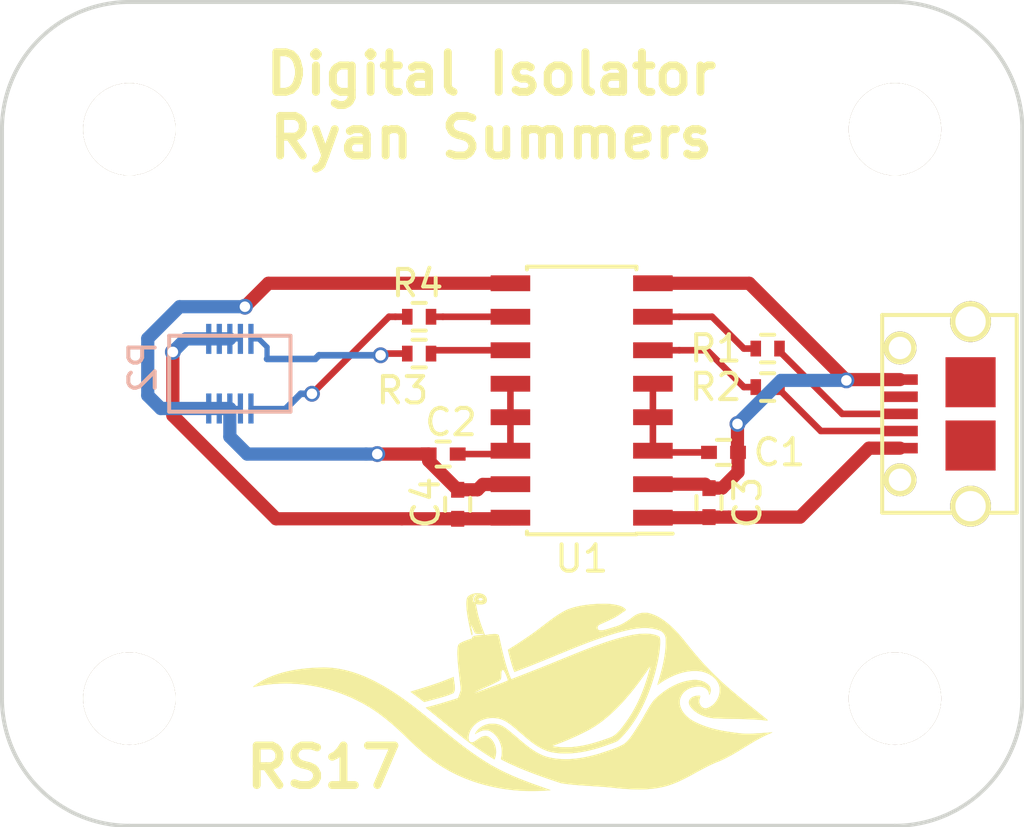
<source format=kicad_pcb>
(kicad_pcb (version 4) (host pcbnew 4.0.4+e1-6308~48~ubuntu14.04.1-stable)

  (general
    (links 0)
    (no_connects 0)
    (area 122.098999 122.098999 160.920501 153.491001)
    (thickness 1.6)
    (drawings 10)
    (tracks 98)
    (zones 0)
    (modules 16)
    (nets 15)
  )

  (page A4)
  (layers
    (0 F.Cu signal)
    (31 B.Cu signal)
    (32 B.Adhes user)
    (33 F.Adhes user)
    (34 B.Paste user)
    (35 F.Paste user)
    (36 B.SilkS user)
    (37 F.SilkS user)
    (38 B.Mask user)
    (39 F.Mask user)
    (40 Dwgs.User user)
    (41 Cmts.User user)
    (42 Eco1.User user)
    (43 Eco2.User user)
    (44 Edge.Cuts user)
    (45 Margin user)
    (46 B.CrtYd user)
    (47 F.CrtYd user)
    (48 B.Fab user hide)
    (49 F.Fab user hide)
  )

  (setup
    (last_trace_width 0.5)
    (trace_clearance 0.18)
    (zone_clearance 0.508)
    (zone_45_only no)
    (trace_min 0.2)
    (segment_width 0.2)
    (edge_width 0.15)
    (via_size 0.6)
    (via_drill 0.4)
    (via_min_size 0.4)
    (via_min_drill 0.3)
    (uvia_size 0.3)
    (uvia_drill 0.1)
    (uvias_allowed no)
    (uvia_min_size 0)
    (uvia_min_drill 0)
    (pcb_text_width 0.3)
    (pcb_text_size 1.5 1.5)
    (mod_edge_width 0.15)
    (mod_text_size 1 1)
    (mod_text_width 0.15)
    (pad_size 1.524 1.524)
    (pad_drill 0.762)
    (pad_to_mask_clearance 0)
    (aux_axis_origin 0 0)
    (visible_elements FFFFFF7F)
    (pcbplotparams
      (layerselection 0x00030_80000001)
      (usegerberextensions false)
      (excludeedgelayer true)
      (linewidth 0.100000)
      (plotframeref false)
      (viasonmask false)
      (mode 1)
      (useauxorigin false)
      (hpglpennumber 1)
      (hpglpenspeed 20)
      (hpglpendiameter 15)
      (hpglpenoverlay 2)
      (psnegative false)
      (psa4output false)
      (plotreference true)
      (plotvalue true)
      (plotinvisibletext false)
      (padsonsilk false)
      (subtractmaskfromsilk false)
      (outputformat 1)
      (mirror false)
      (drillshape 1)
      (scaleselection 1)
      (outputdirectory ""))
  )

  (net 0 "")
  (net 1 /Vdd1)
  (net 2 GND)
  (net 3 /Vdd2)
  (net 4 GNDPWR)
  (net 5 /Vbus1)
  (net 6 +5V)
  (net 7 /USB-)
  (net 8 /USB+)
  (net 9 "Net-(R1-Pad1)")
  (net 10 "Net-(R2-Pad1)")
  (net 11 "Net-(R3-Pad2)")
  (net 12 "Net-(R4-Pad2)")
  (net 13 /USB_H+)
  (net 14 /USB_H-)

  (net_class Default "This is the default net class."
    (clearance 0.18)
    (trace_width 0.5)
    (via_dia 0.6)
    (via_drill 0.4)
    (uvia_dia 0.3)
    (uvia_drill 0.1)
    (add_net +5V)
    (add_net /USB+)
    (add_net /USB-)
    (add_net /USB_H+)
    (add_net /USB_H-)
    (add_net /Vbus1)
    (add_net /Vdd1)
    (add_net /Vdd2)
    (add_net GND)
    (add_net GNDPWR)
    (add_net "Net-(R1-Pad1)")
    (add_net "Net-(R2-Pad1)")
    (add_net "Net-(R3-Pad2)")
    (add_net "Net-(R4-Pad2)")
  )

  (net_class power ""
    (clearance 0.2)
    (trace_width 0.5)
    (via_dia 0.6)
    (via_drill 0.4)
    (uvia_dia 0.3)
    (uvia_drill 0.1)
  )

  (module Capacitors_SMD:C_0402 (layer F.Cu) (tedit 5415D599) (tstamp 58253918)
    (at 149.521 139.2555)
    (descr "Capacitor SMD 0402, reflow soldering, AVX (see smccp.pdf)")
    (tags "capacitor 0402")
    (path /5825391F)
    (attr smd)
    (fp_text reference C1 (at 2.117 0) (layer F.SilkS)
      (effects (font (size 1 1) (thickness 0.15)))
    )
    (fp_text value 100n (at 0 1.7) (layer F.Fab)
      (effects (font (size 1 1) (thickness 0.15)))
    )
    (fp_line (start -0.5 0.25) (end -0.5 -0.25) (layer F.Fab) (width 0.15))
    (fp_line (start 0.5 0.25) (end -0.5 0.25) (layer F.Fab) (width 0.15))
    (fp_line (start 0.5 -0.25) (end 0.5 0.25) (layer F.Fab) (width 0.15))
    (fp_line (start -0.5 -0.25) (end 0.5 -0.25) (layer F.Fab) (width 0.15))
    (fp_line (start -1.15 -0.6) (end 1.15 -0.6) (layer F.CrtYd) (width 0.05))
    (fp_line (start -1.15 0.6) (end 1.15 0.6) (layer F.CrtYd) (width 0.05))
    (fp_line (start -1.15 -0.6) (end -1.15 0.6) (layer F.CrtYd) (width 0.05))
    (fp_line (start 1.15 -0.6) (end 1.15 0.6) (layer F.CrtYd) (width 0.05))
    (fp_line (start 0.25 -0.475) (end -0.25 -0.475) (layer F.SilkS) (width 0.15))
    (fp_line (start -0.25 0.475) (end 0.25 0.475) (layer F.SilkS) (width 0.15))
    (pad 1 smd rect (at -0.55 0) (size 0.6 0.5) (layers F.Cu F.Paste F.Mask)
      (net 1 /Vdd1))
    (pad 2 smd rect (at 0.55 0) (size 0.6 0.5) (layers F.Cu F.Paste F.Mask)
      (net 2 GND))
    (model Capacitors_SMD.3dshapes/C_0402.wrl
      (at (xyz 0 0 0))
      (scale (xyz 1 1 1))
      (rotate (xyz 0 0 0))
    )
  )

  (module Capacitors_SMD:C_0402 (layer F.Cu) (tedit 5415D599) (tstamp 58253928)
    (at 138.896 139.319 180)
    (descr "Capacitor SMD 0402, reflow soldering, AVX (see smccp.pdf)")
    (tags "capacitor 0402")
    (path /58253814)
    (attr smd)
    (fp_text reference C2 (at -0.296 1.2065 180) (layer F.SilkS)
      (effects (font (size 1 1) (thickness 0.15)))
    )
    (fp_text value 100n (at 0 1.7 180) (layer F.Fab)
      (effects (font (size 1 1) (thickness 0.15)))
    )
    (fp_line (start -0.5 0.25) (end -0.5 -0.25) (layer F.Fab) (width 0.15))
    (fp_line (start 0.5 0.25) (end -0.5 0.25) (layer F.Fab) (width 0.15))
    (fp_line (start 0.5 -0.25) (end 0.5 0.25) (layer F.Fab) (width 0.15))
    (fp_line (start -0.5 -0.25) (end 0.5 -0.25) (layer F.Fab) (width 0.15))
    (fp_line (start -1.15 -0.6) (end 1.15 -0.6) (layer F.CrtYd) (width 0.05))
    (fp_line (start -1.15 0.6) (end 1.15 0.6) (layer F.CrtYd) (width 0.05))
    (fp_line (start -1.15 -0.6) (end -1.15 0.6) (layer F.CrtYd) (width 0.05))
    (fp_line (start 1.15 -0.6) (end 1.15 0.6) (layer F.CrtYd) (width 0.05))
    (fp_line (start 0.25 -0.475) (end -0.25 -0.475) (layer F.SilkS) (width 0.15))
    (fp_line (start -0.25 0.475) (end 0.25 0.475) (layer F.SilkS) (width 0.15))
    (pad 1 smd rect (at -0.55 0 180) (size 0.6 0.5) (layers F.Cu F.Paste F.Mask)
      (net 3 /Vdd2))
    (pad 2 smd rect (at 0.55 0 180) (size 0.6 0.5) (layers F.Cu F.Paste F.Mask)
      (net 4 GNDPWR))
    (model Capacitors_SMD.3dshapes/C_0402.wrl
      (at (xyz 0 0 0))
      (scale (xyz 1 1 1))
      (rotate (xyz 0 0 0))
    )
  )

  (module Capacitors_SMD:C_0402 (layer F.Cu) (tedit 5415D599) (tstamp 58253938)
    (at 148.971 141.1605 90)
    (descr "Capacitor SMD 0402, reflow soldering, AVX (see smccp.pdf)")
    (tags "capacitor 0402")
    (path /58254640)
    (attr smd)
    (fp_text reference C3 (at 0 1.4605 90) (layer F.SilkS)
      (effects (font (size 1 1) (thickness 0.15)))
    )
    (fp_text value 100n (at 0 1.7 90) (layer F.Fab)
      (effects (font (size 1 1) (thickness 0.15)))
    )
    (fp_line (start -0.5 0.25) (end -0.5 -0.25) (layer F.Fab) (width 0.15))
    (fp_line (start 0.5 0.25) (end -0.5 0.25) (layer F.Fab) (width 0.15))
    (fp_line (start 0.5 -0.25) (end 0.5 0.25) (layer F.Fab) (width 0.15))
    (fp_line (start -0.5 -0.25) (end 0.5 -0.25) (layer F.Fab) (width 0.15))
    (fp_line (start -1.15 -0.6) (end 1.15 -0.6) (layer F.CrtYd) (width 0.05))
    (fp_line (start -1.15 0.6) (end 1.15 0.6) (layer F.CrtYd) (width 0.05))
    (fp_line (start -1.15 -0.6) (end -1.15 0.6) (layer F.CrtYd) (width 0.05))
    (fp_line (start 1.15 -0.6) (end 1.15 0.6) (layer F.CrtYd) (width 0.05))
    (fp_line (start 0.25 -0.475) (end -0.25 -0.475) (layer F.SilkS) (width 0.15))
    (fp_line (start -0.25 0.475) (end 0.25 0.475) (layer F.SilkS) (width 0.15))
    (pad 1 smd rect (at -0.55 0 90) (size 0.6 0.5) (layers F.Cu F.Paste F.Mask)
      (net 5 /Vbus1))
    (pad 2 smd rect (at 0.55 0 90) (size 0.6 0.5) (layers F.Cu F.Paste F.Mask)
      (net 2 GND))
    (model Capacitors_SMD.3dshapes/C_0402.wrl
      (at (xyz 0 0 0))
      (scale (xyz 1 1 1))
      (rotate (xyz 0 0 0))
    )
  )

  (module robosub_footprints:USB-Micro-B-TH (layer F.Cu) (tedit 58254478) (tstamp 5825394B)
    (at 155.535 137.795 90)
    (path /58253306)
    (fp_text reference P1 (at -2.794 -1.016 90) (layer F.SilkS) hide
      (effects (font (size 1 1) (thickness 0.15)))
    )
    (fp_text value USB_OTG (at -0.254 5.842 90) (layer F.Fab)
      (effects (font (size 1 1) (thickness 0.15)))
    )
    (fp_line (start 3.75 5.1) (end -3.75 5.1) (layer F.SilkS) (width 0.15))
    (fp_line (start 3.75 0) (end 3.75 5.1) (layer F.SilkS) (width 0.15))
    (fp_line (start 3.75 0) (end -3.75 0) (layer F.SilkS) (width 0.15))
    (fp_line (start -3.75 0) (end -3.75 5.1) (layer F.SilkS) (width 0.15))
    (pad 3 smd rect (at 0 0.675 90) (size 0.4 1.35) (layers F.Cu F.Paste F.Mask)
      (net 13 /USB_H+))
    (pad 2 smd rect (at -0.65 0.675 90) (size 0.4 1.35) (layers F.Cu F.Paste F.Mask)
      (net 14 /USB_H-))
    (pad 4 smd rect (at 0.65 0.675 90) (size 0.4 1.35) (layers F.Cu F.Paste F.Mask))
    (pad 5 smd rect (at 1.3 0.675 90) (size 0.4 1.35) (layers F.Cu F.Paste F.Mask)
      (net 2 GND))
    (pad 1 smd rect (at -1.3 0.675 90) (size 0.4 1.35) (layers F.Cu F.Paste F.Mask)
      (net 5 /Vbus1))
    (pad "" smd rect (at 1.2 3.35 90) (size 1.9 1.9) (layers F.Cu F.Paste F.Mask))
    (pad "" smd rect (at -1.2 3.35 90) (size 1.9 1.9) (layers F.Cu F.Paste F.Mask))
    (pad "" thru_hole circle (at -2.5 0.675 90) (size 1.25 1.25) (drill 0.85) (layers *.Cu *.Mask F.SilkS))
    (pad "" thru_hole circle (at 2.5 0.675 90) (size 1.25 1.25) (drill 0.85) (layers *.Cu *.Mask F.SilkS))
    (pad "" thru_hole circle (at -3.5 3.35 90) (size 1.55 1.55) (drill 1.15) (layers *.Cu *.Mask F.SilkS))
    (pad "" thru_hole circle (at 3.5 3.35 90) (size 1.55 1.55) (drill 1.15) (layers *.Cu *.Mask F.SilkS))
    (model ../../../../../../home/ryan/repositories/pcbs/lib/3d-parts/microUSB-TH.wrl
      (at (xyz 0 -0.12 0.06))
      (scale (xyz 400 400 400))
      (rotate (xyz -90 0 0))
    )
  )

  (module Resistors_SMD:R_0402 (layer F.Cu) (tedit 5415CBB8) (tstamp 58253969)
    (at 151.1935 135.3185)
    (descr "Resistor SMD 0402, reflow soldering, Vishay (see dcrcw.pdf)")
    (tags "resistor 0402")
    (path /5825399B)
    (attr smd)
    (fp_text reference R1 (at -1.9685 0) (layer F.SilkS)
      (effects (font (size 1 1) (thickness 0.15)))
    )
    (fp_text value 24/1% (at 0 1.8) (layer F.Fab)
      (effects (font (size 1 1) (thickness 0.15)))
    )
    (fp_line (start -0.95 -0.65) (end 0.95 -0.65) (layer F.CrtYd) (width 0.05))
    (fp_line (start -0.95 0.65) (end 0.95 0.65) (layer F.CrtYd) (width 0.05))
    (fp_line (start -0.95 -0.65) (end -0.95 0.65) (layer F.CrtYd) (width 0.05))
    (fp_line (start 0.95 -0.65) (end 0.95 0.65) (layer F.CrtYd) (width 0.05))
    (fp_line (start 0.25 -0.525) (end -0.25 -0.525) (layer F.SilkS) (width 0.15))
    (fp_line (start -0.25 0.525) (end 0.25 0.525) (layer F.SilkS) (width 0.15))
    (pad 1 smd rect (at -0.45 0) (size 0.4 0.6) (layers F.Cu F.Paste F.Mask)
      (net 9 "Net-(R1-Pad1)"))
    (pad 2 smd rect (at 0.45 0) (size 0.4 0.6) (layers F.Cu F.Paste F.Mask)
      (net 13 /USB_H+))
    (model Resistors_SMD.3dshapes/R_0402.wrl
      (at (xyz 0 0 0))
      (scale (xyz 1 1 1))
      (rotate (xyz 0 0 0))
    )
  )

  (module Resistors_SMD:R_0402 (layer F.Cu) (tedit 5415CBB8) (tstamp 58253975)
    (at 151.1935 136.779)
    (descr "Resistor SMD 0402, reflow soldering, Vishay (see dcrcw.pdf)")
    (tags "resistor 0402")
    (path /5825C3F0)
    (attr smd)
    (fp_text reference R2 (at -1.9685 0) (layer F.SilkS)
      (effects (font (size 1 1) (thickness 0.15)))
    )
    (fp_text value 24/1% (at 0 1.8) (layer F.Fab)
      (effects (font (size 1 1) (thickness 0.15)))
    )
    (fp_line (start -0.95 -0.65) (end 0.95 -0.65) (layer F.CrtYd) (width 0.05))
    (fp_line (start -0.95 0.65) (end 0.95 0.65) (layer F.CrtYd) (width 0.05))
    (fp_line (start -0.95 -0.65) (end -0.95 0.65) (layer F.CrtYd) (width 0.05))
    (fp_line (start 0.95 -0.65) (end 0.95 0.65) (layer F.CrtYd) (width 0.05))
    (fp_line (start 0.25 -0.525) (end -0.25 -0.525) (layer F.SilkS) (width 0.15))
    (fp_line (start -0.25 0.525) (end 0.25 0.525) (layer F.SilkS) (width 0.15))
    (pad 1 smd rect (at -0.45 0) (size 0.4 0.6) (layers F.Cu F.Paste F.Mask)
      (net 10 "Net-(R2-Pad1)"))
    (pad 2 smd rect (at 0.45 0) (size 0.4 0.6) (layers F.Cu F.Paste F.Mask)
      (net 14 /USB_H-))
    (model Resistors_SMD.3dshapes/R_0402.wrl
      (at (xyz 0 0 0))
      (scale (xyz 1 1 1))
      (rotate (xyz 0 0 0))
    )
  )

  (module Resistors_SMD:R_0402 (layer F.Cu) (tedit 5415CBB8) (tstamp 58253981)
    (at 137.9855 135.509)
    (descr "Resistor SMD 0402, reflow soldering, Vishay (see dcrcw.pdf)")
    (tags "resistor 0402")
    (path /5825C43A)
    (attr smd)
    (fp_text reference R3 (at -0.635 1.397) (layer F.SilkS)
      (effects (font (size 1 1) (thickness 0.15)))
    )
    (fp_text value 24/1% (at 0 1.8) (layer F.Fab)
      (effects (font (size 1 1) (thickness 0.15)))
    )
    (fp_line (start -0.95 -0.65) (end 0.95 -0.65) (layer F.CrtYd) (width 0.05))
    (fp_line (start -0.95 0.65) (end 0.95 0.65) (layer F.CrtYd) (width 0.05))
    (fp_line (start -0.95 -0.65) (end -0.95 0.65) (layer F.CrtYd) (width 0.05))
    (fp_line (start 0.95 -0.65) (end 0.95 0.65) (layer F.CrtYd) (width 0.05))
    (fp_line (start 0.25 -0.525) (end -0.25 -0.525) (layer F.SilkS) (width 0.15))
    (fp_line (start -0.25 0.525) (end 0.25 0.525) (layer F.SilkS) (width 0.15))
    (pad 1 smd rect (at -0.45 0) (size 0.4 0.6) (layers F.Cu F.Paste F.Mask)
      (net 7 /USB-))
    (pad 2 smd rect (at 0.45 0) (size 0.4 0.6) (layers F.Cu F.Paste F.Mask)
      (net 11 "Net-(R3-Pad2)"))
    (model Resistors_SMD.3dshapes/R_0402.wrl
      (at (xyz 0 0 0))
      (scale (xyz 1 1 1))
      (rotate (xyz 0 0 0))
    )
  )

  (module Resistors_SMD:R_0402 (layer F.Cu) (tedit 5415CBB8) (tstamp 5825398D)
    (at 137.9855 134.112)
    (descr "Resistor SMD 0402, reflow soldering, Vishay (see dcrcw.pdf)")
    (tags "resistor 0402")
    (path /5825C5CA)
    (attr smd)
    (fp_text reference R4 (at -0.0635 -1.27) (layer F.SilkS)
      (effects (font (size 1 1) (thickness 0.15)))
    )
    (fp_text value 24/1% (at 0 1.8) (layer F.Fab)
      (effects (font (size 1 1) (thickness 0.15)))
    )
    (fp_line (start -0.95 -0.65) (end 0.95 -0.65) (layer F.CrtYd) (width 0.05))
    (fp_line (start -0.95 0.65) (end 0.95 0.65) (layer F.CrtYd) (width 0.05))
    (fp_line (start -0.95 -0.65) (end -0.95 0.65) (layer F.CrtYd) (width 0.05))
    (fp_line (start 0.95 -0.65) (end 0.95 0.65) (layer F.CrtYd) (width 0.05))
    (fp_line (start 0.25 -0.525) (end -0.25 -0.525) (layer F.SilkS) (width 0.15))
    (fp_line (start -0.25 0.525) (end 0.25 0.525) (layer F.SilkS) (width 0.15))
    (pad 1 smd rect (at -0.45 0) (size 0.4 0.6) (layers F.Cu F.Paste F.Mask)
      (net 8 /USB+))
    (pad 2 smd rect (at 0.45 0) (size 0.4 0.6) (layers F.Cu F.Paste F.Mask)
      (net 12 "Net-(R4-Pad2)"))
    (model Resistors_SMD.3dshapes/R_0402.wrl
      (at (xyz 0 0 0))
      (scale (xyz 1 1 1))
      (rotate (xyz 0 0 0))
    )
  )

  (module Housings_SOIC:SOIC-16_3.9x9.9mm_Pitch1.27mm (layer F.Cu) (tedit 574D979F) (tstamp 582539B1)
    (at 144.145 137.287 180)
    (descr "16-Lead Plastic Small Outline (SL) - Narrow, 3.90 mm Body [SOIC] (see Microchip Packaging Specification 00000049BS.pdf)")
    (tags "SOIC 1.27")
    (path /582533A7)
    (attr smd)
    (fp_text reference U1 (at 0 -6 180) (layer F.SilkS)
      (effects (font (size 1 1) (thickness 0.15)))
    )
    (fp_text value ADUM3160 (at 0 6 180) (layer F.Fab)
      (effects (font (size 1 1) (thickness 0.15)))
    )
    (fp_line (start -0.95 -4.95) (end 1.95 -4.95) (layer F.Fab) (width 0.15))
    (fp_line (start 1.95 -4.95) (end 1.95 4.95) (layer F.Fab) (width 0.15))
    (fp_line (start 1.95 4.95) (end -1.95 4.95) (layer F.Fab) (width 0.15))
    (fp_line (start -1.95 4.95) (end -1.95 -3.95) (layer F.Fab) (width 0.15))
    (fp_line (start -1.95 -3.95) (end -0.95 -4.95) (layer F.Fab) (width 0.15))
    (fp_line (start -3.7 -5.25) (end -3.7 5.25) (layer F.CrtYd) (width 0.05))
    (fp_line (start 3.7 -5.25) (end 3.7 5.25) (layer F.CrtYd) (width 0.05))
    (fp_line (start -3.7 -5.25) (end 3.7 -5.25) (layer F.CrtYd) (width 0.05))
    (fp_line (start -3.7 5.25) (end 3.7 5.25) (layer F.CrtYd) (width 0.05))
    (fp_line (start -2.075 -5.075) (end -2.075 -5.05) (layer F.SilkS) (width 0.15))
    (fp_line (start 2.075 -5.075) (end 2.075 -4.97) (layer F.SilkS) (width 0.15))
    (fp_line (start 2.075 5.075) (end 2.075 4.97) (layer F.SilkS) (width 0.15))
    (fp_line (start -2.075 5.075) (end -2.075 4.97) (layer F.SilkS) (width 0.15))
    (fp_line (start -2.075 -5.075) (end 2.075 -5.075) (layer F.SilkS) (width 0.15))
    (fp_line (start -2.075 5.075) (end 2.075 5.075) (layer F.SilkS) (width 0.15))
    (fp_line (start -2.075 -5.05) (end -3.45 -5.05) (layer F.SilkS) (width 0.15))
    (pad 1 smd rect (at -2.7 -4.445 180) (size 1.5 0.6) (layers F.Cu F.Paste F.Mask)
      (net 5 /Vbus1))
    (pad 2 smd rect (at -2.7 -3.175 180) (size 1.5 0.6) (layers F.Cu F.Paste F.Mask)
      (net 2 GND))
    (pad 3 smd rect (at -2.7 -1.905 180) (size 1.5 0.6) (layers F.Cu F.Paste F.Mask)
      (net 1 /Vdd1))
    (pad 4 smd rect (at -2.7 -0.635 180) (size 1.5 0.6) (layers F.Cu F.Paste F.Mask)
      (net 1 /Vdd1))
    (pad 5 smd rect (at -2.7 0.635 180) (size 1.5 0.6) (layers F.Cu F.Paste F.Mask)
      (net 1 /Vdd1))
    (pad 6 smd rect (at -2.7 1.905 180) (size 1.5 0.6) (layers F.Cu F.Paste F.Mask)
      (net 10 "Net-(R2-Pad1)"))
    (pad 7 smd rect (at -2.7 3.175 180) (size 1.5 0.6) (layers F.Cu F.Paste F.Mask)
      (net 9 "Net-(R1-Pad1)"))
    (pad 8 smd rect (at -2.7 4.445 180) (size 1.5 0.6) (layers F.Cu F.Paste F.Mask)
      (net 2 GND))
    (pad 9 smd rect (at 2.7 4.445 180) (size 1.5 0.6) (layers F.Cu F.Paste F.Mask)
      (net 4 GNDPWR))
    (pad 10 smd rect (at 2.7 3.175 180) (size 1.5 0.6) (layers F.Cu F.Paste F.Mask)
      (net 12 "Net-(R4-Pad2)"))
    (pad 11 smd rect (at 2.7 1.905 180) (size 1.5 0.6) (layers F.Cu F.Paste F.Mask)
      (net 11 "Net-(R3-Pad2)"))
    (pad 12 smd rect (at 2.7 0.635 180) (size 1.5 0.6) (layers F.Cu F.Paste F.Mask)
      (net 3 /Vdd2))
    (pad 13 smd rect (at 2.7 -0.635 180) (size 1.5 0.6) (layers F.Cu F.Paste F.Mask)
      (net 3 /Vdd2))
    (pad 14 smd rect (at 2.7 -1.905 180) (size 1.5 0.6) (layers F.Cu F.Paste F.Mask)
      (net 3 /Vdd2))
    (pad 15 smd rect (at 2.7 -3.175 180) (size 1.5 0.6) (layers F.Cu F.Paste F.Mask)
      (net 4 GNDPWR))
    (pad 16 smd rect (at 2.7 -4.445 180) (size 1.5 0.6) (layers F.Cu F.Paste F.Mask)
      (net 6 +5V))
    (model Housings_SOIC.3dshapes/SOIC-16_3.9x9.9mm_Pitch1.27mm.wrl
      (at (xyz 0 0 0))
      (scale (xyz 1 1 1))
      (rotate (xyz 0 0 0))
    )
  )

  (module Capacitors_SMD:C_0402 (layer F.Cu) (tedit 5415D599) (tstamp 582539C1)
    (at 139.446 141.224 90)
    (descr "Capacitor SMD 0402, reflow soldering, AVX (see smccp.pdf)")
    (tags "capacitor 0402")
    (path /58253F45)
    (attr smd)
    (fp_text reference C4 (at 0.0635 -1.2065 90) (layer F.SilkS)
      (effects (font (size 1 1) (thickness 0.15)))
    )
    (fp_text value 100n (at 0 1.7 90) (layer F.Fab)
      (effects (font (size 1 1) (thickness 0.15)))
    )
    (fp_line (start -0.5 0.25) (end -0.5 -0.25) (layer F.Fab) (width 0.15))
    (fp_line (start 0.5 0.25) (end -0.5 0.25) (layer F.Fab) (width 0.15))
    (fp_line (start 0.5 -0.25) (end 0.5 0.25) (layer F.Fab) (width 0.15))
    (fp_line (start -0.5 -0.25) (end 0.5 -0.25) (layer F.Fab) (width 0.15))
    (fp_line (start -1.15 -0.6) (end 1.15 -0.6) (layer F.CrtYd) (width 0.05))
    (fp_line (start -1.15 0.6) (end 1.15 0.6) (layer F.CrtYd) (width 0.05))
    (fp_line (start -1.15 -0.6) (end -1.15 0.6) (layer F.CrtYd) (width 0.05))
    (fp_line (start 1.15 -0.6) (end 1.15 0.6) (layer F.CrtYd) (width 0.05))
    (fp_line (start 0.25 -0.475) (end -0.25 -0.475) (layer F.SilkS) (width 0.15))
    (fp_line (start -0.25 0.475) (end 0.25 0.475) (layer F.SilkS) (width 0.15))
    (pad 1 smd rect (at -0.55 0 90) (size 0.6 0.5) (layers F.Cu F.Paste F.Mask)
      (net 6 +5V))
    (pad 2 smd rect (at 0.55 0 90) (size 0.6 0.5) (layers F.Cu F.Paste F.Mask)
      (net 4 GNDPWR))
    (model Capacitors_SMD.3dshapes/C_0402.wrl
      (at (xyz 0 0 0))
      (scale (xyz 1 1 1))
      (rotate (xyz 0 0 0))
    )
  )

  (module robosub_footprints:1.5mm-spacer (layer F.Cu) (tedit 5826375E) (tstamp 58253ADF)
    (at 156.0195 127)
    (path /5825446D)
    (fp_text reference P4 (at -3.302 4.064) (layer F.SilkS) hide
      (effects (font (size 1 1) (thickness 0.15)))
    )
    (fp_text value CONN_01X01 (at 0 3.302) (layer F.Fab)
      (effects (font (size 1 1) (thickness 0.15)))
    )
    (fp_circle (center 0 0) (end 0 3.18) (layer Dwgs.User) (width 0.15))
    (fp_circle (center 0 0) (end 0 4.75) (layer Dwgs.User) (width 0.15))
    (pad "" thru_hole circle (at 0 0) (size 3.5 3.5) (drill 3.5) (layers *.Cu *.Mask F.SilkS))
    (model ../../../../../../home/ryan/repositories/pcbs/lib/3d-parts/spacer.wrl
      (at (xyz 0 0 0))
      (scale (xyz 0.4 0.4 0.4))
      (rotate (xyz 0 0 0))
    )
  )

  (module robosub_footprints:1.5mm-spacer (layer F.Cu) (tedit 58263763) (tstamp 58253AD8)
    (at 156.0195 148.59)
    (path /582540F2)
    (fp_text reference P3 (at -3.302 4.064) (layer F.SilkS) hide
      (effects (font (size 1 1) (thickness 0.15)))
    )
    (fp_text value CONN_01X01 (at 0 3.302) (layer F.Fab)
      (effects (font (size 1 1) (thickness 0.15)))
    )
    (fp_circle (center 0 0) (end 0 3.18) (layer Dwgs.User) (width 0.15))
    (fp_circle (center 0 0) (end 0 4.75) (layer Dwgs.User) (width 0.15))
    (pad "" thru_hole circle (at 0 0) (size 3.5 3.5) (drill 3.5) (layers *.Cu *.Mask F.SilkS))
    (model ../../../../../../home/ryan/repositories/pcbs/lib/3d-parts/spacer.wrl
      (at (xyz 0 0 0))
      (scale (xyz 0.4 0.4 0.4))
      (rotate (xyz 0 0 0))
    )
  )

  (module robosub_footprints:1.5mm-spacer (layer F.Cu) (tedit 58263761) (tstamp 58253AED)
    (at 127 148.59)
    (path /5825451A)
    (fp_text reference P6 (at -3.302 4.064) (layer F.SilkS) hide
      (effects (font (size 1 1) (thickness 0.15)))
    )
    (fp_text value CONN_01X01 (at 0 3.302) (layer F.Fab)
      (effects (font (size 1 1) (thickness 0.15)))
    )
    (fp_circle (center 0 0) (end 0 3.18) (layer Dwgs.User) (width 0.15))
    (fp_circle (center 0 0) (end 0 4.75) (layer Dwgs.User) (width 0.15))
    (pad "" thru_hole circle (at 0 0) (size 3.5 3.5) (drill 3.5) (layers *.Cu *.Mask F.SilkS))
    (model ../../../../../../home/ryan/repositories/pcbs/lib/3d-parts/spacer.wrl
      (at (xyz 0 0 0))
      (scale (xyz 0.4 0.4 0.4))
      (rotate (xyz 0 0 0))
    )
  )

  (module robosub_footprints:1.5mm-spacer (layer F.Cu) (tedit 5826375C) (tstamp 58253AE6)
    (at 127 127)
    (path /582544BA)
    (fp_text reference P5 (at -3.302 4.064) (layer F.SilkS) hide
      (effects (font (size 1 1) (thickness 0.15)))
    )
    (fp_text value CONN_01X01 (at 0 3.302) (layer F.Fab)
      (effects (font (size 1 1) (thickness 0.15)))
    )
    (fp_circle (center 0 0) (end 0 3.18) (layer Dwgs.User) (width 0.15))
    (fp_circle (center 0 0) (end 0 4.75) (layer Dwgs.User) (width 0.15))
    (pad "" thru_hole circle (at 0 0) (size 3.5 3.5) (drill 3.5) (layers *.Cu *.Mask F.SilkS))
    (model ../../../../../../home/ryan/repositories/pcbs/lib/3d-parts/spacer.wrl
      (at (xyz 0 0 0))
      (scale (xyz 0.4 0.4 0.4))
      (rotate (xyz 0 0 0))
    )
  )

  (module robosub_footprints:DF40C-10DS-Receptacle (layer B.Cu) (tedit 5824E180) (tstamp 5825395D)
    (at 130.81 136.271)
    (path /5825324B)
    (fp_text reference P2 (at -3.302 -0.254 270) (layer B.SilkS)
      (effects (font (size 1 1) (thickness 0.15)) (justify mirror))
    )
    (fp_text value CONN_02X05 (at -0.508 2.54) (layer B.Fab)
      (effects (font (size 1 1) (thickness 0.15)) (justify mirror))
    )
    (fp_line (start 2.3 -1.44) (end -2.3 -1.44) (layer B.SilkS) (width 0.15))
    (fp_line (start 2.3 1.44) (end -2.3 1.44) (layer B.SilkS) (width 0.15))
    (fp_line (start -2.3 -1.44) (end -2.3 1.44) (layer B.SilkS) (width 0.15))
    (fp_line (start 2.3 -1.44) (end 2.3 1.44) (layer B.SilkS) (width 0.15))
    (pad 1 smd rect (at -0.8 -1.32 270) (size 1.14 0.2) (layers B.Cu B.Paste B.Mask)
      (net 6 +5V))
    (pad 2 smd rect (at -0.8 1.32 270) (size 1.14 0.2) (layers B.Cu B.Paste B.Mask)
      (net 4 GNDPWR))
    (pad 3 smd rect (at -0.4 -1.32 270) (size 1.14 0.2) (layers B.Cu B.Paste B.Mask)
      (net 6 +5V))
    (pad 5 smd rect (at 0 -1.32 270) (size 1.14 0.2) (layers B.Cu B.Paste B.Mask)
      (net 6 +5V))
    (pad 7 smd rect (at 0.4 -1.32 270) (size 1.14 0.2) (layers B.Cu B.Paste B.Mask)
      (net 6 +5V))
    (pad 9 smd rect (at 0.8 -1.32 270) (size 1.14 0.2) (layers B.Cu B.Paste B.Mask)
      (net 7 /USB-))
    (pad 4 smd rect (at -0.4 1.32 270) (size 1.14 0.2) (layers B.Cu B.Paste B.Mask)
      (net 4 GNDPWR))
    (pad 6 smd rect (at 0 1.32 270) (size 1.14 0.2) (layers B.Cu B.Paste B.Mask)
      (net 4 GNDPWR))
    (pad 8 smd rect (at 0.4 1.32 270) (size 1.14 0.2) (layers B.Cu B.Paste B.Mask)
      (net 4 GNDPWR))
    (pad 10 smd rect (at 0.8 1.32 270) (size 1.14 0.2) (layers B.Cu B.Paste B.Mask)
      (net 8 /USB+))
    (model ../../../../../../home/ryan/repositories/pcbs/lib/3d-parts/df40c-10ds.wrl
      (at (xyz 0.035 0 0))
      (scale (xyz 0.4 0.4 0.4))
      (rotate (xyz -90 0 90))
    )
  )

  (module robosub_footprints:robosub_logo-large (layer F.Cu) (tedit 0) (tstamp 582650BD)
    (at 141.6685 148.59)
    (fp_text reference G*** (at 0 0) (layer F.SilkS) hide
      (effects (font (thickness 0.3)))
    )
    (fp_text value LOGO (at 0.75 0) (layer F.SilkS) hide
      (effects (font (thickness 0.3)))
    )
    (fp_poly (pts (xy -7.261044 -1.173558) (xy -7.216409 -1.173151) (xy -7.176417 -1.172342) (xy -7.139394 -1.171046)
      (xy -7.103663 -1.169181) (xy -7.067549 -1.166662) (xy -7.029374 -1.163407) (xy -6.987463 -1.15933)
      (xy -6.953069 -1.155737) (xy -6.798723 -1.135898) (xy -6.643232 -1.109171) (xy -6.486482 -1.075507)
      (xy -6.328358 -1.034861) (xy -6.168746 -0.987184) (xy -6.00753 -0.93243) (xy -5.844595 -0.870552)
      (xy -5.679828 -0.801502) (xy -5.513113 -0.725234) (xy -5.344336 -0.641699) (xy -5.173382 -0.550852)
      (xy -5.000137 -0.452644) (xy -4.824485 -0.347029) (xy -4.646312 -0.23396) (xy -4.54 -0.16376)
      (xy -4.473866 -0.119145) (xy -4.408044 -0.074063) (xy -4.34216 -0.028229) (xy -4.275843 0.018641)
      (xy -4.208721 0.066833) (xy -4.140419 0.116631) (xy -4.070568 0.168321) (xy -3.998793 0.222186)
      (xy -3.924722 0.278513) (xy -3.847983 0.337585) (xy -3.768204 0.399689) (xy -3.685012 0.465108)
      (xy -3.598035 0.534128) (xy -3.506899 0.607033) (xy -3.411234 0.684109) (xy -3.310665 0.76564)
      (xy -3.204821 0.851911) (xy -3.1 0.937735) (xy -3.00952 1.011928) (xy -2.924831 1.081296)
      (xy -2.845576 1.146127) (xy -2.771393 1.20671) (xy -2.701924 1.263332) (xy -2.636809 1.316283)
      (xy -2.575688 1.36585) (xy -2.518201 1.412322) (xy -2.463989 1.455987) (xy -2.412692 1.497134)
      (xy -2.36395 1.536051) (xy -2.317403 1.573027) (xy -2.272692 1.608349) (xy -2.229457 1.642306)
      (xy -2.187339 1.675187) (xy -2.145977 1.70728) (xy -2.105012 1.738873) (xy -2.064084 1.770255)
      (xy -2.022834 1.801713) (xy -2.012 1.809949) (xy -1.885049 1.905148) (xy -1.75763 1.998236)
      (xy -1.630439 2.088745) (xy -1.504173 2.176209) (xy -1.37953 2.26016) (xy -1.257207 2.34013)
      (xy -1.1379 2.415652) (xy -1.022306 2.486258) (xy -0.911122 2.551481) (xy -0.88 2.569211)
      (xy -0.786719 2.620795) (xy -0.68703 2.67369) (xy -0.582278 2.727222) (xy -0.473806 2.780721)
      (xy -0.362959 2.833516) (xy -0.25108 2.884933) (xy -0.223726 2.897217) (xy -0.137439 2.935197)
      (xy -0.046941 2.973869) (xy 0.048098 3.01336) (xy 0.148007 3.053796) (xy 0.253115 3.095303)
      (xy 0.363753 3.138007) (xy 0.480248 3.182034) (xy 0.60293 3.227512) (xy 0.732129 3.274564)
      (xy 0.868175 3.323319) (xy 1.011395 3.373902) (xy 1.116 3.410432) (xy 1.150846 3.42255)
      (xy 1.183459 3.433895) (xy 1.213041 3.444188) (xy 1.238793 3.453153) (xy 1.259918 3.460511)
      (xy 1.275618 3.465985) (xy 1.285097 3.469297) (xy 1.287572 3.470169) (xy 1.291477 3.472956)
      (xy 1.291242 3.474091) (xy 1.28623 3.475429) (xy 1.274016 3.477113) (xy 1.25539 3.479086)
      (xy 1.231138 3.481295) (xy 1.202051 3.483685) (xy 1.168915 3.4862) (xy 1.132519 3.488786)
      (xy 1.093653 3.49139) (xy 1.053103 3.493955) (xy 1.01166 3.496427) (xy 0.97011 3.498751)
      (xy 0.929242 3.500874) (xy 0.889846 3.502739) (xy 0.86 3.504006) (xy 0.829138 3.504998)
      (xy 0.791569 3.505807) (xy 0.748582 3.506436) (xy 0.701466 3.506884) (xy 0.651511 3.507152)
      (xy 0.600008 3.507242) (xy 0.548247 3.507152) (xy 0.497516 3.506886) (xy 0.449106 3.506442)
      (xy 0.404307 3.505822) (xy 0.364409 3.505026) (xy 0.330701 3.504054) (xy 0.322 3.503729)
      (xy 0.097961 3.4913) (xy -0.124556 3.471964) (xy -0.345248 3.445803) (xy -0.563813 3.412897)
      (xy -0.779948 3.373328) (xy -0.99335 3.327177) (xy -1.203716 3.274524) (xy -1.410742 3.215451)
      (xy -1.614127 3.150037) (xy -1.813567 3.078365) (xy -2.00876 3.000515) (xy -2.199401 2.916568)
      (xy -2.38519 2.826605) (xy -2.56 2.733935) (xy -2.6526 2.681628) (xy -2.741593 2.629175)
      (xy -2.828195 2.575769) (xy -2.913619 2.520603) (xy -2.999079 2.462868) (xy -3.085791 2.401757)
      (xy -3.174968 2.336463) (xy -3.267824 2.266179) (xy -3.296 2.244448) (xy -3.344157 2.206941)
      (xy -3.390333 2.170488) (xy -3.435047 2.13463) (xy -3.478819 2.098908) (xy -3.522168 2.062861)
      (xy -3.565614 2.026029) (xy -3.609676 1.987953) (xy -3.654873 1.948173) (xy -3.701725 1.906229)
      (xy -3.750752 1.861662) (xy -3.802472 1.814011) (xy -3.857406 1.762816) (xy -3.916072 1.707619)
      (xy -3.97899 1.647958) (xy -4.04668 1.583375) (xy -4.093756 1.538277) (xy -4.163558 1.471379)
      (xy -4.228079 1.409689) (xy -4.287749 1.352819) (xy -4.343001 1.300377) (xy -4.394267 1.251973)
      (xy -4.441978 1.207217) (xy -4.486567 1.165718) (xy -4.528466 1.127087) (xy -4.568106 1.090933)
      (xy -4.60592 1.056866) (xy -4.642338 1.024495) (xy -4.677794 0.993431) (xy -4.712719 0.963283)
      (xy -4.747545 0.93366) (xy -4.782704 0.904172) (xy -4.818628 0.87443) (xy -4.855748 0.844043)
      (xy -4.894497 0.81262) (xy -4.916 0.795285) (xy -5.039476 0.69779) (xy -5.160011 0.606509)
      (xy -5.278692 0.520743) (xy -5.396605 0.439791) (xy -5.514833 0.362954) (xy -5.634462 0.289532)
      (xy -5.756578 0.218826) (xy -5.882266 0.150135) (xy -6.012611 0.08276) (xy -6.05 0.06408)
      (xy -6.24818 -0.029849) (xy -6.449086 -0.116429) (xy -6.652488 -0.195615) (xy -6.858154 -0.267361)
      (xy -7.065852 -0.331622) (xy -7.27535 -0.388351) (xy -7.486415 -0.437504) (xy -7.698817 -0.479034)
      (xy -7.912323 -0.512895) (xy -8.126702 -0.539043) (xy -8.341721 -0.557431) (xy -8.557149 -0.568014)
      (xy -8.772754 -0.570745) (xy -8.988303 -0.56558) (xy -9.186 -0.553842) (xy -9.356537 -0.538091)
      (xy -9.527748 -0.516962) (xy -9.697133 -0.4908) (xy -9.854113 -0.461592) (xy -9.887651 -0.454824)
      (xy -9.914171 -0.449538) (xy -9.934491 -0.445601) (xy -9.949427 -0.442884) (xy -9.959799 -0.441257)
      (xy -9.966424 -0.440589) (xy -9.97012 -0.440749) (xy -9.971703 -0.441607) (xy -9.972001 -0.442778)
      (xy -9.968668 -0.448848) (xy -9.959015 -0.458678) (xy -9.943555 -0.471873) (xy -9.922804 -0.488038)
      (xy -9.897278 -0.506779) (xy -9.86749 -0.527699) (xy -9.833956 -0.550405) (xy -9.81746 -0.56131)
      (xy -9.694822 -0.637286) (xy -9.565979 -0.708329) (xy -9.431063 -0.774391) (xy -9.290206 -0.835423)
      (xy -9.143538 -0.891377) (xy -8.991193 -0.942205) (xy -8.8333 -0.987858) (xy -8.669991 -1.028287)
      (xy -8.501399 -1.063444) (xy -8.410964 -1.07975) (xy -8.263748 -1.10291) (xy -8.111218 -1.123098)
      (xy -7.955353 -1.140147) (xy -7.798134 -1.153887) (xy -7.641539 -1.164148) (xy -7.48755 -1.170763)
      (xy -7.338145 -1.173561) (xy -7.312 -1.173646) (xy -7.261044 -1.173558)) (layer F.SilkS) (width 0.01))
    (fp_poly (pts (xy 6.83964 -0.701523) (xy 6.915379 -0.692123) (xy 6.988567 -0.676261) (xy 7.058336 -0.654094)
      (xy 7.123812 -0.625776) (xy 7.136 -0.619555) (xy 7.170853 -0.599629) (xy 7.205302 -0.576846)
      (xy 7.238273 -0.552139) (xy 7.268693 -0.526441) (xy 7.295486 -0.500687) (xy 7.31758 -0.475808)
      (xy 7.333899 -0.452739) (xy 7.339189 -0.442957) (xy 7.355834 -0.39904) (xy 7.365201 -0.352717)
      (xy 7.367241 -0.305011) (xy 7.361904 -0.256943) (xy 7.350348 -0.213024) (xy 7.34284 -0.192798)
      (xy 7.334521 -0.173358) (xy 7.326408 -0.156907) (xy 7.319519 -0.145651) (xy 7.318869 -0.144811)
      (xy 7.314101 -0.142318) (xy 7.310355 -0.146759) (xy 7.308279 -0.15708) (xy 7.308061 -0.162488)
      (xy 7.306609 -0.17617) (xy 7.302766 -0.195074) (xy 7.297147 -0.217009) (xy 7.290369 -0.239786)
      (xy 7.283048 -0.261212) (xy 7.2758 -0.279097) (xy 7.274457 -0.281966) (xy 7.253273 -0.316963)
      (xy 7.22517 -0.349083) (xy 7.190854 -0.377875) (xy 7.151029 -0.402888) (xy 7.106402 -0.423671)
      (xy 7.057675 -0.439773) (xy 7.012295 -0.449658) (xy 6.985529 -0.452943) (xy 6.95326 -0.454984)
      (xy 6.917885 -0.455775) (xy 6.881804 -0.455311) (xy 6.847416 -0.453585) (xy 6.817121 -0.450593)
      (xy 6.813763 -0.450133) (xy 6.786898 -0.445797) (xy 6.756061 -0.439976) (xy 6.723199 -0.433113)
      (xy 6.690259 -0.42565) (xy 6.659188 -0.41803) (xy 6.631931 -0.410696) (xy 6.610437 -0.404092)
      (xy 6.60865 -0.403478) (xy 6.547927 -0.378538) (xy 6.489152 -0.346937) (xy 6.433377 -0.309492)
      (xy 6.381653 -0.267023) (xy 6.335032 -0.220349) (xy 6.294564 -0.170288) (xy 6.278082 -0.146)
      (xy 6.247645 -0.092079) (xy 6.22291 -0.035126) (xy 6.204677 0.022866) (xy 6.197801 0.054)
      (xy 6.193885 0.084475) (xy 6.192175 0.120161) (xy 6.192583 0.158604) (xy 6.19502 0.197348)
      (xy 6.199399 0.233941) (xy 6.205371 0.264867) (xy 6.226675 0.335784) (xy 6.255754 0.405092)
      (xy 6.292524 0.472665) (xy 6.336898 0.538376) (xy 6.388793 0.6021) (xy 6.448122 0.663712)
      (xy 6.514799 0.723085) (xy 6.518 0.725725) (xy 6.556789 0.756785) (xy 6.593668 0.784384)
      (xy 6.630261 0.809549) (xy 6.66819 0.833303) (xy 6.709081 0.856669) (xy 6.754556 0.880674)
      (xy 6.798 0.902329) (xy 6.893016 0.946955) (xy 6.989521 0.988702) (xy 7.088064 1.027719)
      (xy 7.189194 1.064153) (xy 7.29346 1.09815) (xy 7.40141 1.129857) (xy 7.513594 1.159422)
      (xy 7.63056 1.186992) (xy 7.752858 1.212713) (xy 7.881036 1.236733) (xy 8.015644 1.259198)
      (xy 8.15723 1.280256) (xy 8.262 1.294395) (xy 8.319598 1.301839) (xy 8.370232 1.308289)
      (xy 8.414868 1.313815) (xy 8.454471 1.318488) (xy 8.490007 1.322377) (xy 8.52244 1.325553)
      (xy 8.552735 1.328083) (xy 8.581859 1.33004) (xy 8.610777 1.331491) (xy 8.640453 1.332508)
      (xy 8.671854 1.33316) (xy 8.705944 1.333516) (xy 8.74369 1.333647) (xy 8.786055 1.333623)
      (xy 8.804 1.333586) (xy 8.840625 1.33347) (xy 8.874133 1.33327) (xy 8.905315 1.332949)
      (xy 8.934967 1.332471) (xy 8.96388 1.331796) (xy 8.992849 1.330889) (xy 9.022665 1.329711)
      (xy 9.054124 1.328225) (xy 9.088017 1.326394) (xy 9.125138 1.32418) (xy 9.166281 1.321546)
      (xy 9.212238 1.318455) (xy 9.263803 1.314868) (xy 9.32177 1.310749) (xy 9.386 1.306127)
      (xy 9.425819 1.303267) (xy 9.464698 1.300505) (xy 9.501596 1.297913) (xy 9.535473 1.295562)
      (xy 9.565289 1.293525) (xy 9.590003 1.291873) (xy 9.608576 1.290678) (xy 9.618 1.290116)
      (xy 9.638432 1.28888) (xy 9.658178 1.2875) (xy 9.674489 1.286176) (xy 9.682 1.285435)
      (xy 9.692144 1.284605) (xy 9.697244 1.285098) (xy 9.6969 1.287158) (xy 9.690711 1.291032)
      (xy 9.678276 1.296963) (xy 9.659196 1.305196) (xy 9.633069 1.315976) (xy 9.63 1.317226)
      (xy 9.538171 1.356187) (xy 9.4433 1.399651) (xy 9.34492 1.447858) (xy 9.242564 1.501043)
      (xy 9.135767 1.559445) (xy 9.024063 1.623303) (xy 8.984 1.646821) (xy 8.962845 1.659408)
      (xy 8.93575 1.675673) (xy 8.903583 1.695087) (xy 8.867211 1.717121) (xy 8.827499 1.741249)
      (xy 8.785314 1.766942) (xy 8.741523 1.793673) (xy 8.696993 1.820913) (xy 8.65259 1.848134)
      (xy 8.609181 1.87481) (xy 8.567632 1.900411) (xy 8.564 1.902653) (xy 8.455309 1.969179)
      (xy 8.352607 2.030854) (xy 8.255631 2.08782) (xy 8.164116 2.140217) (xy 8.0778 2.188188)
      (xy 7.99642 2.231873) (xy 7.919713 2.271413) (xy 7.847414 2.30695) (xy 7.779262 2.338625)
      (xy 7.714992 2.366578) (xy 7.654343 2.390952) (xy 7.65169 2.391968) (xy 7.603147 2.410912)
      (xy 7.554368 2.430747) (xy 7.504849 2.451723) (xy 7.454084 2.474088) (xy 7.401572 2.498091)
      (xy 7.346808 2.523983) (xy 7.289287 2.552013) (xy 7.228507 2.582429) (xy 7.163962 2.615481)
      (xy 7.09515 2.651418) (xy 7.021567 2.69049) (xy 6.942707 2.732945) (xy 6.858069 2.779034)
      (xy 6.767147 2.829004) (xy 6.758 2.834053) (xy 6.667467 2.883752) (xy 6.58306 2.929461)
      (xy 6.504155 2.971489) (xy 6.430131 3.010143) (xy 6.360363 3.04573) (xy 6.29423 3.078558)
      (xy 6.231107 3.108934) (xy 6.170374 3.137165) (xy 6.111405 3.16356) (xy 6.05358 3.188425)
      (xy 5.996274 3.212067) (xy 5.974 3.220996) (xy 5.854351 3.265574) (xy 5.732624 3.304891)
      (xy 5.608093 3.339105) (xy 5.480031 3.368373) (xy 5.347713 3.392855) (xy 5.210412 3.412707)
      (xy 5.067401 3.428089) (xy 4.996 3.433969) (xy 4.974605 3.435387) (xy 4.947822 3.436881)
      (xy 4.916786 3.438411) (xy 4.882632 3.439938) (xy 4.846496 3.441421) (xy 4.809512 3.442822)
      (xy 4.772816 3.444099) (xy 4.737543 3.445213) (xy 4.704829 3.446124) (xy 4.675808 3.446792)
      (xy 4.651616 3.447178) (xy 4.633389 3.447241) (xy 4.624 3.447039) (xy 4.613715 3.446694)
      (xy 4.597321 3.446289) (xy 4.576706 3.445864) (xy 4.55376 3.44546) (xy 4.542 3.445278)
      (xy 4.484941 3.444012) (xy 4.421768 3.441847) (xy 4.353795 3.438873) (xy 4.282338 3.435177)
      (xy 4.20871 3.43085) (xy 4.134228 3.42598) (xy 4.060204 3.420656) (xy 3.987955 3.414968)
      (xy 3.918795 3.409005) (xy 3.854038 3.402856) (xy 3.795 3.396609) (xy 3.756 3.392005)
      (xy 3.712965 3.386785) (xy 3.669235 3.38176) (xy 3.624282 3.376888) (xy 3.577578 3.372127)
      (xy 3.528595 3.367433) (xy 3.476805 3.362764) (xy 3.421681 3.358078) (xy 3.362695 3.353331)
      (xy 3.299319 3.348481) (xy 3.231024 3.343485) (xy 3.157284 3.338301) (xy 3.07757 3.332886)
      (xy 2.991354 3.327197) (xy 2.898109 3.321191) (xy 2.816 3.315999) (xy 2.711125 3.309313)
      (xy 2.613664 3.302882) (xy 2.523035 3.296653) (xy 2.438655 3.290574) (xy 2.359945 3.284593)
      (xy 2.286323 3.278658) (xy 2.217207 3.272717) (xy 2.152017 3.266719) (xy 2.09017 3.260611)
      (xy 2.031086 3.254342) (xy 1.974184 3.247859) (xy 1.918882 3.24111) (xy 1.864599 3.234044)
      (xy 1.810754 3.226608) (xy 1.802 3.225361) (xy 1.702 3.21105) (xy 1.452 3.127074)
      (xy 1.295642 3.074167) (xy 1.146596 3.022927) (xy 1.004391 2.973172) (xy 0.868555 2.924722)
      (xy 0.738616 2.877393) (xy 0.614103 2.831003) (xy 0.494544 2.785372) (xy 0.379469 2.740317)
      (xy 0.268405 2.695657) (xy 0.160881 2.651209) (xy 0.056426 2.606791) (xy -0.045433 2.562222)
      (xy -0.145165 2.51732) (xy -0.228 2.479045) (xy -0.256232 2.465723) (xy -0.287129 2.450927)
      (xy -0.319889 2.43506) (xy -0.353708 2.418524) (xy -0.387782 2.401723) (xy -0.421307 2.38506)
      (xy -0.453481 2.368939) (xy -0.483499 2.353762) (xy -0.510558 2.339932) (xy -0.533854 2.327854)
      (xy -0.552583 2.317929) (xy -0.565942 2.310561) (xy -0.573127 2.306154) (xy -0.573928 2.305501)
      (xy -0.578609 2.295654) (xy -0.579838 2.279676) (xy -0.577684 2.258618) (xy -0.572217 2.233531)
      (xy -0.568274 2.21984) (xy -0.563047 2.202711) (xy -0.559079 2.188552) (xy -0.556105 2.175658)
      (xy -0.553859 2.162322) (xy -0.552074 2.146838) (xy -0.550484 2.1275) (xy -0.548825 2.102601)
      (xy -0.548038 2.09) (xy -0.546564 2.009012) (xy -0.551975 1.928168) (xy -0.563996 1.848148)
      (xy -0.582356 1.769633) (xy -0.606783 1.693306) (xy -0.637002 1.619847) (xy -0.672742 1.549939)
      (xy -0.71373 1.484263) (xy -0.759694 1.423499) (xy -0.81036 1.368331) (xy -0.851911 1.330508)
      (xy -0.900808 1.292034) (xy -0.94743 1.2607) (xy -0.992391 1.236185) (xy -1.036302 1.218168)
      (xy -1.079775 1.206328) (xy -1.093521 1.203819) (xy -1.114596 1.201647) (xy -1.141133 1.200732)
      (xy -1.170707 1.200991) (xy -1.200893 1.202338) (xy -1.229267 1.204691) (xy -1.253404 1.207965)
      (xy -1.262 1.209663) (xy -1.310173 1.222866) (xy -1.361402 1.24119) (xy -1.413525 1.263688)
      (xy -1.464379 1.289418) (xy -1.511801 1.317434) (xy -1.518 1.321456) (xy -1.533532 1.331298)
      (xy -1.546474 1.338819) (xy -1.555499 1.343297) (xy -1.559282 1.344008) (xy -1.5593 1.343966)
      (xy -1.5582 1.338387) (xy -1.553763 1.327482) (xy -1.546774 1.312779) (xy -1.538017 1.295809)
      (xy -1.528279 1.278101) (xy -1.518344 1.261185) (xy -1.510311 1.248541) (xy -1.472422 1.198662)
      (xy -1.427861 1.152237) (xy -1.377357 1.109687) (xy -1.321642 1.071434) (xy -1.261445 1.037898)
      (xy -1.197498 1.009502) (xy -1.13053 0.986666) (xy -1.061272 0.969812) (xy -1.013695 0.962043)
      (xy -0.961297 0.957313) (xy -0.904686 0.955993) (xy -0.84662 0.957971) (xy -0.789853 0.963135)
      (xy -0.737144 0.971376) (xy -0.726 0.973669) (xy -0.658252 0.991618) (xy -0.59132 1.015709)
      (xy -0.527237 1.0451) (xy -0.46804 1.078944) (xy -0.460498 1.083833) (xy -0.42747 1.106467)
      (xy -0.388951 1.134491) (xy -0.345178 1.167711) (xy -0.29639 1.205935) (xy -0.242825 1.248971)
      (xy -0.184723 1.296625) (xy -0.122322 1.348704) (xy -0.055861 1.405016) (xy 0.014423 1.465369)
      (xy 0.052 1.497935) (xy 0.124261 1.560415) (xy 0.191356 1.61771) (xy 0.253819 1.670244)
      (xy 0.312188 1.718441) (xy 0.366997 1.762727) (xy 0.418783 1.803527) (xy 0.468082 1.841265)
      (xy 0.515428 1.876367) (xy 0.561359 1.909256) (xy 0.60641 1.940359) (xy 0.63 1.956188)
      (xy 0.71186 2.008364) (xy 0.793917 2.056328) (xy 0.875372 2.0997) (xy 0.955427 2.138097)
      (xy 1.033284 2.171138) (xy 1.108145 2.198441) (xy 1.179212 2.219625) (xy 1.182841 2.220566)
      (xy 1.31405 2.25059) (xy 1.448066 2.273879) (xy 1.585155 2.290449) (xy 1.725583 2.300317)
      (xy 1.869614 2.303501) (xy 2.017516 2.300015) (xy 2.169553 2.289879) (xy 2.214 2.285742)
      (xy 2.351199 2.269577) (xy 2.493386 2.24774) (xy 2.64002 2.220339) (xy 2.790561 2.187486)
      (xy 2.94447 2.149289) (xy 3.101204 2.10586) (xy 3.109741 2.103367) (xy 3.13299 2.096356)
      (xy 3.162768 2.087052) (xy 3.198049 2.075798) (xy 3.23781 2.062937) (xy 3.281023 2.048811)
      (xy 3.326666 2.033764) (xy 3.373712 2.018137) (xy 3.421137 2.002273) (xy 3.467916 1.986515)
      (xy 3.513023 1.971206) (xy 3.555434 1.956688) (xy 3.594124 1.943304) (xy 3.628068 1.931396)
      (xy 3.65624 1.921307) (xy 3.674 1.914751) (xy 3.74504 1.887292) (xy 3.811917 1.860055)
      (xy 3.874167 1.833266) (xy 3.931331 1.807148) (xy 3.982946 1.781924) (xy 4.028551 1.757819)
      (xy 4.067686 1.735055) (xy 4.099889 1.713857) (xy 4.12 1.698468) (xy 4.154648 1.668278)
      (xy 4.188996 1.635595) (xy 4.223413 1.599946) (xy 4.258267 1.560855) (xy 4.293927 1.517847)
      (xy 4.330762 1.470449) (xy 4.369141 1.418184) (xy 4.409432 1.360579) (xy 4.452005 1.297159)
      (xy 4.497227 1.227449) (xy 4.545469 1.150974) (xy 4.546077 1.15) (xy 4.565609 1.118729)
      (xy 4.586539 1.085353) (xy 4.607747 1.051648) (xy 4.628113 1.019389) (xy 4.646519 0.990352)
      (xy 4.661846 0.966312) (xy 4.662046 0.966) (xy 4.68125 0.935809) (xy 4.699406 0.906792)
      (xy 4.717127 0.87791) (xy 4.735026 0.848123) (xy 4.753713 0.816394) (xy 4.773802 0.781684)
      (xy 4.795904 0.742955) (xy 4.820632 0.699168) (xy 4.845961 0.654) (xy 4.884826 0.584747)
      (xy 4.920319 0.522016) (xy 4.952784 0.465245) (xy 4.982568 0.413871) (xy 5.010016 0.367334)
      (xy 5.035473 0.325071) (xy 5.059285 0.286519) (xy 5.081796 0.251118) (xy 5.103354 0.218305)
      (xy 5.124301 0.187518) (xy 5.144986 0.158195) (xy 5.165751 0.129775) (xy 5.179092 0.112)
      (xy 5.197135 0.088655) (xy 5.214148 0.067801) (xy 5.231311 0.04819) (xy 5.249806 0.028573)
      (xy 5.270811 0.007703) (xy 5.295507 -0.015668) (xy 5.325074 -0.042787) (xy 5.328 -0.045441)
      (xy 5.438856 -0.141574) (xy 5.551258 -0.230435) (xy 5.665064 -0.311957) (xy 5.780133 -0.386069)
      (xy 5.896323 -0.452704) (xy 6.013491 -0.511794) (xy 6.131495 -0.563269) (xy 6.250194 -0.607061)
      (xy 6.369446 -0.643101) (xy 6.489108 -0.671322) (xy 6.609039 -0.691654) (xy 6.684 -0.700319)
      (xy 6.762224 -0.704307) (xy 6.83964 -0.701523)) (layer F.SilkS) (width 0.01))
    (fp_poly (pts (xy -1.399592 -3.987745) (xy -1.346102 -3.978704) (xy -1.296033 -3.964349) (xy -1.250511 -3.944611)
      (xy -1.244 -3.941102) (xy -1.220927 -3.925824) (xy -1.19751 -3.905998) (xy -1.175664 -3.883585)
      (xy -1.157304 -3.860548) (xy -1.144434 -3.839041) (xy -1.130847 -3.803097) (xy -1.122904 -3.765395)
      (xy -1.120877 -3.728049) (xy -1.125038 -3.693174) (xy -1.125442 -3.691411) (xy -1.135718 -3.661588)
      (xy -1.151647 -3.636272) (xy -1.173608 -3.615147) (xy -1.201978 -3.597899) (xy -1.237134 -3.584212)
      (xy -1.262 -3.577495) (xy -1.283978 -3.573829) (xy -1.312013 -3.571411) (xy -1.344261 -3.570228)
      (xy -1.378881 -3.570266) (xy -1.414028 -3.571514) (xy -1.447859 -3.573956) (xy -1.478533 -3.577581)
      (xy -1.488 -3.579096) (xy -1.506076 -3.582163) (xy -1.520947 -3.584571) (xy -1.531038 -3.586072)
      (xy -1.534764 -3.586431) (xy -1.534704 -3.582043) (xy -1.53312 -3.570679) (xy -1.530185 -3.553182)
      (xy -1.526067 -3.530397) (xy -1.520936 -3.503165) (xy -1.514963 -3.472331) (xy -1.508317 -3.438737)
      (xy -1.501169 -3.403226) (xy -1.493688 -3.366643) (xy -1.486044 -3.32983) (xy -1.478408 -3.29363)
      (xy -1.470949 -3.258886) (xy -1.463838 -3.226443) (xy -1.457243 -3.197142) (xy -1.451337 -3.171828)
      (xy -1.450418 -3.168) (xy -1.427457 -3.079195) (xy -1.399883 -2.983966) (xy -1.367726 -2.882405)
      (xy -1.331013 -2.774602) (xy -1.293983 -2.672) (xy -1.280122 -2.634746) (xy -1.266193 -2.597727)
      (xy -1.252505 -2.561726) (xy -1.239364 -2.527527) (xy -1.227077 -2.495911) (xy -1.21595 -2.467661)
      (xy -1.206289 -2.443561) (xy -1.198403 -2.424392) (xy -1.192597 -2.410937) (xy -1.189178 -2.40398)
      (xy -1.188686 -2.403298) (xy -1.183883 -2.402881) (xy -1.172984 -2.403858) (xy -1.15773 -2.40603)
      (xy -1.144 -2.408412) (xy -1.083458 -2.418896) (xy -1.024439 -2.427598) (xy -0.967749 -2.434464)
      (xy -0.914196 -2.439438) (xy -0.864586 -2.442468) (xy -0.819728 -2.443498) (xy -0.780427 -2.442476)
      (xy -0.747491 -2.439346) (xy -0.73 -2.436184) (xy -0.707667 -2.429365) (xy -0.688266 -2.420122)
      (xy -0.673668 -2.409482) (xy -0.667285 -2.401712) (xy -0.665031 -2.395395) (xy -0.66137 -2.382112)
      (xy -0.656508 -2.362736) (xy -0.650651 -2.338138) (xy -0.644002 -2.309187) (xy -0.636767 -2.276756)
      (xy -0.629151 -2.241716) (xy -0.624525 -2.22) (xy -0.589955 -2.05964) (xy -0.555703 -1.907185)
      (xy -0.521744 -1.762552) (xy -0.488056 -1.625653) (xy -0.454612 -1.496404) (xy -0.42139 -1.374717)
      (xy -0.388365 -1.260508) (xy -0.355511 -1.153689) (xy -0.322806 -1.054176) (xy -0.290225 -0.961883)
      (xy -0.257743 -0.876722) (xy -0.225337 -0.79861) (xy -0.217046 -0.779727) (xy -0.194708 -0.729454)
      (xy 0.097646 -0.842234) (xy 0.208582 -0.885115) (xy 0.317696 -0.927472) (xy 0.425656 -0.96957)
      (xy 0.53313 -1.011677) (xy 0.640785 -1.054058) (xy 0.74929 -1.096981) (xy 0.859313 -1.140711)
      (xy 0.971522 -1.185517) (xy 1.086585 -1.231663) (xy 1.122186 -1.246) (xy 5.084 -1.246)
      (xy 5.086 -1.244) (xy 5.088 -1.246) (xy 5.086 -1.248) (xy 5.084 -1.246)
      (xy 1.122186 -1.246) (xy 1.20517 -1.279418) (xy 1.327945 -1.329046) (xy 1.455578 -1.380816)
      (xy 1.588737 -1.434994) (xy 1.728091 -1.491846) (xy 1.836 -1.53596) (xy 1.949019 -1.582149)
      (xy 2.055144 -1.625405) (xy 2.154848 -1.665913) (xy 2.248607 -1.703856) (xy 2.336893 -1.739419)
      (xy 2.42018 -1.772787) (xy 2.498942 -1.804142) (xy 2.573653 -1.833671) (xy 2.644786 -1.861556)
      (xy 2.712816 -1.887983) (xy 2.778216 -1.913134) (xy 2.841459 -1.937196) (xy 2.903021 -1.960351)
      (xy 2.963374 -1.982785) (xy 3.022992 -2.004681) (xy 3.08235 -2.026223) (xy 3.14192 -2.047596)
      (xy 3.202178 -2.068985) (xy 3.25 -2.08581) (xy 3.412093 -2.141489) (xy 3.567754 -2.1926)
      (xy 3.717104 -2.23916) (xy 3.860266 -2.281186) (xy 3.997362 -2.318697) (xy 4.128514 -2.35171)
      (xy 4.253846 -2.380242) (xy 4.373478 -2.404311) (xy 4.487534 -2.423935) (xy 4.596136 -2.43913)
      (xy 4.699406 -2.449915) (xy 4.797467 -2.456306) (xy 4.89044 -2.458322) (xy 4.978449 -2.455981)
      (xy 5.061615 -2.449298) (xy 5.140061 -2.438293) (xy 5.213909 -2.422982) (xy 5.283281 -2.403383)
      (xy 5.336 -2.384486) (xy 5.365865 -2.372155) (xy 5.38884 -2.361382) (xy 5.405769 -2.351682)
      (xy 5.417496 -2.342567) (xy 5.424864 -2.333552) (xy 5.425114 -2.333129) (xy 5.429211 -2.323592)
      (xy 5.434011 -2.308675) (xy 5.438754 -2.290864) (xy 5.440979 -2.281129) (xy 5.443629 -2.26787)
      (xy 5.445666 -2.255015) (xy 5.447166 -2.241242) (xy 5.448208 -2.225227) (xy 5.448868 -2.205649)
      (xy 5.449226 -2.181182) (xy 5.449357 -2.150505) (xy 5.449363 -2.138) (xy 5.447519 -2.054913)
      (xy 5.442014 -1.964859) (xy 5.432867 -1.867977) (xy 5.420094 -1.764407) (xy 5.403715 -1.654285)
      (xy 5.383747 -1.537751) (xy 5.360208 -1.414941) (xy 5.346221 -1.347023) (xy 5.302488 -1.153168)
      (xy 5.25316 -0.959874) (xy 5.198489 -0.767803) (xy 5.138728 -0.57762) (xy 5.074129 -0.389985)
      (xy 5.004944 -0.205562) (xy 4.931425 -0.025013) (xy 4.853825 0.150999) (xy 4.772397 0.321812)
      (xy 4.687391 0.486763) (xy 4.599062 0.64519) (xy 4.566796 0.7) (xy 4.496082 0.814502)
      (xy 4.422273 0.926559) (xy 4.345936 1.035444) (xy 4.267638 1.140431) (xy 4.187948 1.240795)
      (xy 4.107433 1.335809) (xy 4.026661 1.424748) (xy 3.946201 1.506886) (xy 3.903794 1.547491)
      (xy 3.882838 1.566991) (xy 3.865347 1.582786) (xy 3.850027 1.595676) (xy 3.835582 1.606459)
      (xy 3.820715 1.615933) (xy 3.804131 1.624898) (xy 3.784534 1.634151) (xy 3.760629 1.644491)
      (xy 3.731119 1.656716) (xy 3.717535 1.662281) (xy 3.69025 1.673139) (xy 3.656407 1.686102)
      (xy 3.617059 1.700802) (xy 3.573256 1.716867) (xy 3.526047 1.73393) (xy 3.476486 1.75162)
      (xy 3.425621 1.769567) (xy 3.374504 1.787402) (xy 3.324185 1.804756) (xy 3.275716 1.821259)
      (xy 3.230146 1.836541) (xy 3.188527 1.850233) (xy 3.15191 1.861964) (xy 3.134 1.867535)
      (xy 2.959281 1.918339) (xy 2.78869 1.962308) (xy 2.622201 1.999443) (xy 2.459788 2.029747)
      (xy 2.301426 2.053222) (xy 2.14709 2.069869) (xy 1.996754 2.079692) (xy 1.850394 2.082692)
      (xy 1.707984 2.078872) (xy 1.569499 2.068234) (xy 1.434914 2.050781) (xy 1.311918 2.028157)
      (xy 1.240095 2.01009) (xy 1.164643 1.985588) (xy 1.086239 1.954958) (xy 1.00556 1.918508)
      (xy 0.923285 1.876545) (xy 0.840089 1.829377) (xy 0.794575 1.800974) (xy 1.36294 1.800974)
      (xy 1.369003 1.804049) (xy 1.381355 1.807691) (xy 1.399164 1.811756) (xy 1.421598 1.816103)
      (xy 1.447825 1.820588) (xy 1.477011 1.82507) (xy 1.508325 1.829406) (xy 1.540933 1.833452)
      (xy 1.574004 1.837068) (xy 1.606 1.84005) (xy 1.633458 1.842373) (xy 1.659275 1.844567)
      (xy 1.682031 1.84651) (xy 1.700307 1.848083) (xy 1.712682 1.849162) (xy 1.716 1.849459)
      (xy 1.72381 1.849783) (xy 1.738679 1.850027) (xy 1.759665 1.850188) (xy 1.785826 1.850266)
      (xy 1.816222 1.850259) (xy 1.849909 1.850163) (xy 1.885949 1.849978) (xy 1.904 1.849855)
      (xy 1.951804 1.849419) (xy 1.992764 1.848842) (xy 2.028036 1.848082) (xy 2.058776 1.847094)
      (xy 2.086139 1.845836) (xy 2.111281 1.844266) (xy 2.135358 1.842339) (xy 2.15422 1.840555)
      (xy 2.25572 1.829137) (xy 2.356679 1.815241) (xy 2.457884 1.798684) (xy 2.560124 1.779281)
      (xy 2.664189 1.756851) (xy 2.770867 1.731209) (xy 2.880947 1.702174) (xy 2.995218 1.669561)
      (xy 3.114468 1.633187) (xy 3.239487 1.59287) (xy 3.282 1.578717) (xy 3.346011 1.557148)
      (xy 3.40276 1.537802) (xy 3.452625 1.520539) (xy 3.495987 1.505217) (xy 3.533225 1.491698)
      (xy 3.56472 1.479842) (xy 3.590852 1.469508) (xy 3.612 1.460557) (xy 3.628544 1.452849)
      (xy 3.639502 1.447037) (xy 3.695032 1.412094) (xy 3.750197 1.371212) (xy 3.805364 1.324045)
      (xy 3.8609 1.270249) (xy 3.917172 1.209479) (xy 3.974546 1.141391) (xy 4.002592 1.106)
      (xy 4.022901 1.079573) (xy 4.046315 1.048563) (xy 4.072027 1.014083) (xy 4.099229 0.977243)
      (xy 4.127112 0.939155) (xy 4.154868 0.900933) (xy 4.18169 0.863688) (xy 4.20677 0.828531)
      (xy 4.229299 0.796575) (xy 4.248469 0.768932) (xy 4.261439 0.749778) (xy 4.361035 0.593656)
      (xy 4.456171 0.431052) (xy 4.546748 0.262193) (xy 4.632666 0.087305) (xy 4.713826 -0.093388)
      (xy 4.790127 -0.279657) (xy 4.86147 -0.471278) (xy 4.927756 -0.668025) (xy 4.988885 -0.869671)
      (xy 5.011966 -0.952) (xy 5.019011 -0.97808) (xy 5.026643 -1.006957) (xy 5.034623 -1.037672)
      (xy 5.042714 -1.069265) (xy 5.050677 -1.100777) (xy 5.058276 -1.131246) (xy 5.065272 -1.159715)
      (xy 5.071428 -1.185222) (xy 5.076506 -1.206807) (xy 5.080269 -1.223511) (xy 5.082477 -1.234374)
      (xy 5.082906 -1.238427) (xy 5.080341 -1.23571) (xy 5.074018 -1.227213) (xy 5.064572 -1.213844)
      (xy 5.052639 -1.196508) (xy 5.038852 -1.176113) (xy 5.030111 -1.163019) (xy 4.907349 -0.981479)
      (xy 4.784077 -0.805491) (xy 4.660486 -0.63529) (xy 4.536766 -0.47111) (xy 4.413109 -0.313187)
      (xy 4.289706 -0.161755) (xy 4.166747 -0.017049) (xy 4.044425 0.120696) (xy 3.922929 0.251244)
      (xy 3.802452 0.374361) (xy 3.694 0.479614) (xy 3.608233 0.559589) (xy 3.526167 0.633744)
      (xy 3.446902 0.702808) (xy 3.369542 0.767507) (xy 3.293187 0.828568) (xy 3.216939 0.886719)
      (xy 3.139901 0.942687) (xy 3.061174 0.997199) (xy 3.024 1.022083) (xy 2.98097 1.050234)
      (xy 2.938875 1.076996) (xy 2.896843 1.102855) (xy 2.854001 1.128299) (xy 2.809478 1.153816)
      (xy 2.762402 1.179893) (xy 2.711899 1.207017) (xy 2.657099 1.235675) (xy 2.597128 1.266356)
      (xy 2.531116 1.299546) (xy 2.498 1.316029) (xy 2.385652 1.370918) (xy 2.272855 1.424233)
      (xy 2.158604 1.476409) (xy 2.041894 1.527876) (xy 1.921722 1.579068) (xy 1.797084 1.630418)
      (xy 1.666975 1.682357) (xy 1.530391 1.735318) (xy 1.48 1.754506) (xy 1.451817 1.765193)
      (xy 1.425897 1.775031) (xy 1.40323 1.783642) (xy 1.384808 1.79065) (xy 1.371624 1.795677)
      (xy 1.364669 1.798346) (xy 1.364 1.798609) (xy 1.36294 1.800974) (xy 0.794575 1.800974)
      (xy 0.756652 1.777309) (xy 0.752 1.774264) (xy 0.715887 1.750226) (xy 0.680291 1.725797)
      (xy 0.644645 1.70053) (xy 0.608383 1.673977) (xy 0.570939 1.645691) (xy 0.531747 1.615225)
      (xy 0.490242 1.58213) (xy 0.445856 1.54596) (xy 0.398023 1.506268) (xy 0.346179 1.462605)
      (xy 0.289757 1.414525) (xy 0.22819 1.36158) (xy 0.21 1.345864) (xy 0.163811 1.306006)
      (xy 0.117928 1.266577) (xy 0.072976 1.228106) (xy 0.029581 1.191121) (xy -0.011634 1.156151)
      (xy -0.050042 1.123726) (xy -0.08502 1.094373) (xy -0.115941 1.068621) (xy -0.142181 1.047)
      (xy -0.163116 1.030039) (xy -0.165704 1.027973) (xy -0.242419 0.969377) (xy -0.316449 0.917937)
      (xy -0.38821 0.873433) (xy -0.458115 0.835646) (xy -0.526582 0.804356) (xy -0.594023 0.779345)
      (xy -0.660854 0.760392) (xy -0.68 0.756037) (xy -0.71949 0.749016) (xy -0.764783 0.743451)
      (xy -0.813802 0.739429) (xy -0.86447 0.737037) (xy -0.914708 0.736361) (xy -0.962439 0.737489)
      (xy -1.005583 0.740508) (xy -1.017971 0.741874) (xy -1.102709 0.755275) (xy -1.183109 0.774477)
      (xy -1.260806 0.799957) (xy -1.337437 0.832195) (xy -1.354495 0.84033) (xy -1.42071 0.875555)
      (xy -1.480979 0.914121) (xy -1.537078 0.957294) (xy -1.590787 1.006339) (xy -1.598088 1.013616)
      (xy -1.650104 1.071215) (xy -1.695462 1.132421) (xy -1.733934 1.196772) (xy -1.765293 1.263806)
      (xy -1.789311 1.333059) (xy -1.805759 1.40407) (xy -1.811975 1.448019) (xy -1.813955 1.485506)
      (xy -1.812097 1.522609) (xy -1.806685 1.557648) (xy -1.798006 1.588946) (xy -1.786343 1.614826)
      (xy -1.782639 1.620787) (xy -1.76875 1.636003) (xy -1.749593 1.649624) (xy -1.727902 1.659937)
      (xy -1.713628 1.664077) (xy -1.686046 1.66671) (xy -1.656811 1.663317) (xy -1.625463 1.653716)
      (xy -1.591543 1.637724) (xy -1.554594 1.615161) (xy -1.514155 1.585844) (xy -1.512 1.584172)
      (xy -1.492346 1.569473) (xy -1.468358 1.552464) (xy -1.441753 1.534276) (xy -1.414243 1.51604)
      (xy -1.387543 1.49889) (xy -1.363367 1.483955) (xy -1.343429 1.472368) (xy -1.339018 1.469974)
      (xy -1.288638 1.446337) (xy -1.240655 1.43032) (xy -1.19503 1.421921) (xy -1.15172 1.42114)
      (xy -1.110687 1.427977) (xy -1.071888 1.44243) (xy -1.035284 1.4645) (xy -1.032794 1.466338)
      (xy -0.980281 1.510465) (xy -0.932997 1.5602) (xy -0.891171 1.614905) (xy -0.85503 1.673943)
      (xy -0.824805 1.736677) (xy -0.800724 1.802469) (xy -0.783016 1.870681) (xy -0.771909 1.940676)
      (xy -0.767634 2.011816) (xy -0.770418 2.083464) (xy -0.78049 2.154983) (xy -0.782297 2.164)
      (xy -0.786665 2.182717) (xy -0.792385 2.203839) (xy -0.799005 2.226035) (xy -0.806071 2.247975)
      (xy -0.813126 2.26833) (xy -0.819718 2.285768) (xy -0.825392 2.298959) (xy -0.829694 2.306574)
      (xy -0.83145 2.307912) (xy -0.835509 2.305892) (xy -0.84527 2.300327) (xy -0.859624 2.291868)
      (xy -0.877463 2.281169) (xy -0.897681 2.268883) (xy -0.898 2.268687) (xy -0.93774 2.244172)
      (xy -0.982472 2.216208) (xy -1.030565 2.185836) (xy -1.080393 2.154098) (xy -1.130325 2.122037)
      (xy -1.178733 2.090693) (xy -1.223988 2.061108) (xy -1.264 2.034632) (xy -1.325644 1.993271)
      (xy -1.386676 1.95178) (xy -1.447438 1.909899) (xy -1.508269 1.867365) (xy -1.569508 1.823921)
      (xy -1.631496 1.779304) (xy -1.694573 1.733255) (xy -1.759078 1.685514) (xy -1.825351 1.63582)
      (xy -1.893732 1.583912) (xy -1.964561 1.52953) (xy -2.038178 1.472415) (xy -2.114922 1.412305)
      (xy -2.195134 1.34894) (xy -2.279154 1.28206) (xy -2.36732 1.211405) (xy -2.459974 1.136713)
      (xy -2.557454 1.057726) (xy -2.660101 0.974182) (xy -2.768255 0.885821) (xy -2.836 0.830327)
      (xy -2.88159 0.792971) (xy -2.928769 0.754354) (xy -2.976703 0.715158) (xy -3.024556 0.676063)
      (xy -3.071492 0.637751) (xy -3.116678 0.600904) (xy -3.159276 0.566202) (xy -3.198454 0.534327)
      (xy -3.233374 0.50596) (xy -3.263201 0.481784) (xy -3.271135 0.475366) (xy -3.301747 0.450544)
      (xy -3.330354 0.427202) (xy -3.356375 0.405827) (xy -3.379224 0.386906) (xy -3.398318 0.370924)
      (xy -3.413073 0.358369) (xy -3.422905 0.349726) (xy -3.427231 0.345484) (xy -3.427383 0.345166)
      (xy -3.423442 0.343444) (xy -3.412647 0.339989) (xy -3.395895 0.335054) (xy -3.374082 0.328894)
      (xy -3.348103 0.321761) (xy -3.318854 0.313911) (xy -3.294248 0.307427) (xy -3.171249 0.274652)
      (xy -3.044092 0.239535) (xy -2.912211 0.201913) (xy -2.775041 0.161619) (xy -2.632014 0.118488)
      (xy -2.482567 0.072356) (xy -2.395262 0.04496) (xy -2.208523 -0.013963) (xy -2.183839 -0.077982)
      (xy -2.16932 -0.116548) (xy -2.155386 -0.155289) (xy -2.142459 -0.192916) (xy -2.136912 -0.209911)
      (xy -1.616874 -0.209911) (xy -1.61584 -0.208999) (xy -1.609452 -0.209958) (xy -1.608 -0.21023)
      (xy -1.600015 -0.212253) (xy -1.585816 -0.216369) (xy -1.566785 -0.222155) (xy -1.544303 -0.22919)
      (xy -1.519751 -0.237053) (xy -1.514 -0.23892) (xy -1.471641 -0.252892) (xy -1.424609 -0.26874)
      (xy -1.373458 -0.286259) (xy -1.318743 -0.305243) (xy -1.261019 -0.325488) (xy -1.20084 -0.34679)
      (xy -1.138762 -0.368944) (xy -1.075338 -0.391745) (xy -1.011124 -0.414988) (xy -0.946673 -0.438469)
      (xy -0.882541 -0.461983) (xy -0.819282 -0.485325) (xy -0.757451 -0.508291) (xy -0.697602 -0.530677)
      (xy -0.640291 -0.552276) (xy -0.58607 -0.572885) (xy -0.535497 -0.592299) (xy -0.489123 -0.610314)
      (xy -0.447506 -0.626724) (xy -0.411198 -0.641325) (xy -0.380756 -0.653912) (xy -0.356732 -0.66428)
      (xy -0.339683 -0.672226) (xy -0.339102 -0.672517) (xy -0.329565 -0.677321) (xy -0.323034 -0.681507)
      (xy -0.319353 -0.686439) (xy -0.318362 -0.693482) (xy -0.319904 -0.704002) (xy -0.323822 -0.719363)
      (xy -0.329956 -0.74093) (xy -0.330834 -0.744) (xy -0.342272 -0.781083) (xy -0.355644 -0.819395)
      (xy -0.370538 -0.858114) (xy -0.386543 -0.896416) (xy -0.403248 -0.933478) (xy -0.420241 -0.968475)
      (xy -0.437112 -1.000584) (xy -0.453449 -1.028981) (xy -0.468841 -1.052843) (xy -0.482876 -1.071347)
      (xy -0.495144 -1.083667) (xy -0.502735 -1.08828) (xy -0.514812 -1.088843) (xy -0.527481 -1.082243)
      (xy -0.540021 -1.069205) (xy -0.551714 -1.050459) (xy -0.56088 -1.029419) (xy -0.563481 -1.021646)
      (xy -0.565563 -1.013417) (xy -0.567217 -1.003642) (xy -0.568536 -0.991235) (xy -0.569614 -0.975108)
      (xy -0.570542 -0.954173) (xy -0.571414 -0.927342) (xy -0.57226 -0.896) (xy -0.573322 -0.858541)
      (xy -0.574522 -0.828026) (xy -0.576048 -0.803397) (xy -0.578088 -0.783599) (xy -0.580829 -0.767574)
      (xy -0.584461 -0.754267) (xy -0.58917 -0.742621) (xy -0.595145 -0.731579) (xy -0.602572 -0.720086)
      (xy -0.603886 -0.718167) (xy -0.609713 -0.71043) (xy -0.616634 -0.702945) (xy -0.625319 -0.695305)
      (xy -0.636435 -0.687103) (xy -0.650651 -0.677933) (xy -0.668637 -0.667388) (xy -0.69106 -0.655061)
      (xy -0.71859 -0.640546) (xy -0.751894 -0.623436) (xy -0.791643 -0.603325) (xy -0.798 -0.600126)
      (xy -0.82185 -0.588134) (xy -0.843455 -0.577288) (xy -0.863384 -0.567319) (xy -0.882204 -0.557959)
      (xy -0.900483 -0.548939) (xy -0.918787 -0.539991) (xy -0.937684 -0.530844) (xy -0.957743 -0.521232)
      (xy -0.979529 -0.510885) (xy -1.003611 -0.499534) (xy -1.030555 -0.486911) (xy -1.060931 -0.472748)
      (xy -1.095304 -0.456775) (xy -1.134242 -0.438723) (xy -1.178313 -0.418325) (xy -1.228085 -0.395311)
      (xy -1.284124 -0.369413) (xy -1.330808 -0.347842) (xy -1.373307 -0.328165) (xy -1.414133 -0.309182)
      (xy -1.45263 -0.291204) (xy -1.488141 -0.274541) (xy -1.520009 -0.259504) (xy -1.547578 -0.246403)
      (xy -1.57019 -0.235549) (xy -1.58719 -0.227252) (xy -1.597919 -0.221822) (xy -1.600808 -0.220231)
      (xy -1.612036 -0.213415) (xy -1.616874 -0.209911) (xy -2.136912 -0.209911) (xy -2.130961 -0.228142)
      (xy -2.121314 -0.259679) (xy -2.113939 -0.286239) (xy -2.109685 -0.304369) (xy -2.105989 -0.327139)
      (xy -2.104524 -0.349732) (xy -2.105073 -0.37588) (xy -2.105294 -0.379958) (xy -2.106518 -0.396297)
      (xy -2.108718 -0.419995) (xy -2.11183 -0.450482) (xy -2.115788 -0.487184) (xy -2.120529 -0.529531)
      (xy -2.125986 -0.57695) (xy -2.132094 -0.628869) (xy -2.138789 -0.684717) (xy -2.146006 -0.743921)
      (xy -2.15368 -0.805909) (xy -2.15394 -0.808) (xy -2.169023 -0.931797) (xy -2.182424 -1.048001)
      (xy -2.194162 -1.156837) (xy -2.204255 -1.258532) (xy -2.21272 -1.353308) (xy -2.219576 -1.441393)
      (xy -2.22484 -1.52301) (xy -2.228529 -1.598385) (xy -2.230663 -1.667743) (xy -2.231257 -1.731309)
      (xy -2.230641 -1.778) (xy -2.228808 -1.83206) (xy -2.226059 -1.87892) (xy -2.222284 -1.91934)
      (xy -2.217371 -1.954081) (xy -2.211208 -1.983903) (xy -2.203684 -2.009565) (xy -2.194687 -2.031828)
      (xy -2.192838 -2.035664) (xy -2.183554 -2.050954) (xy -2.170872 -2.065456) (xy -2.153943 -2.079808)
      (xy -2.131914 -2.09465) (xy -2.103936 -2.11062) (xy -2.07 -2.127946) (xy -2.0384 -2.143066)
      (xy -2.00677 -2.157365) (xy -1.973941 -2.171301) (xy -1.93874 -2.185335) (xy -1.899997 -2.199926)
      (xy -1.85654 -2.215533) (xy -1.807198 -2.232615) (xy -1.777374 -2.242723) (xy -1.664747 -2.280657)
      (xy -1.668374 -2.293302) (xy -1.671382 -2.30701) (xy -1.670442 -2.317347) (xy -1.664745 -2.327439)
      (xy -1.657273 -2.336279) (xy -1.646646 -2.34672) (xy -1.634737 -2.355379) (xy -1.620457 -2.362626)
      (xy -1.602715 -2.368832) (xy -1.580422 -2.374369) (xy -1.552487 -2.379609) (xy -1.51782 -2.384921)
      (xy -1.512 -2.385743) (xy -1.50008 -2.38737) (xy -1.487691 -2.388958) (xy -1.47396 -2.390599)
      (xy -1.458011 -2.392383) (xy -1.438971 -2.394404) (xy -1.415965 -2.396751) (xy -1.38812 -2.399517)
      (xy -1.354559 -2.402793) (xy -1.31441 -2.406671) (xy -1.288043 -2.409205) (xy -1.265872 -2.411515)
      (xy -1.250608 -2.413856) (xy -1.241179 -2.416826) (xy -1.236514 -2.421024) (xy -1.23554 -2.427048)
      (xy -1.237184 -2.435496) (xy -1.237675 -2.437317) (xy -1.239925 -2.444934) (xy -1.242637 -2.4506)
      (xy -1.246886 -2.454536) (xy -1.253748 -2.456962) (xy -1.264298 -2.458097) (xy -1.27961 -2.458162)
      (xy -1.300762 -2.457377) (xy -1.328824 -2.455961) (xy -1.370719 -2.454438) (xy -1.411068 -2.45422)
      (xy -1.44863 -2.455248) (xy -1.482166 -2.457461) (xy -1.510435 -2.4608) (xy -1.532197 -2.465204)
      (xy -1.534893 -2.465974) (xy -1.549529 -2.471632) (xy -1.559837 -2.479527) (xy -1.567372 -2.489124)
      (xy -1.578246 -2.506781) (xy -1.591611 -2.531642) (xy -1.607299 -2.563365) (xy -1.625141 -2.601609)
      (xy -1.644268 -2.644435) (xy -1.661766 -2.683873) (xy -1.676599 -2.716242) (xy -1.688989 -2.741934)
      (xy -1.699155 -2.761342) (xy -1.707318 -2.774859) (xy -1.713697 -2.782878) (xy -1.718512 -2.785792)
      (xy -1.721985 -2.783993) (xy -1.722275 -2.783556) (xy -1.724361 -2.776983) (xy -1.724847 -2.766168)
      (xy -1.723653 -2.750588) (xy -1.720697 -2.729725) (xy -1.715897 -2.703058) (xy -1.709173 -2.670066)
      (xy -1.700442 -2.63023) (xy -1.693556 -2.6) (xy -1.684465 -2.560199) (xy -1.677192 -2.52733)
      (xy -1.671638 -2.500559) (xy -1.667698 -2.479052) (xy -1.665271 -2.461976) (xy -1.664254 -2.448497)
      (xy -1.664545 -2.43778) (xy -1.666042 -2.428994) (xy -1.668643 -2.421303) (xy -1.671007 -2.416239)
      (xy -1.676805 -2.406205) (xy -1.681977 -2.400884) (xy -1.686833 -2.400749) (xy -1.691684 -2.406274)
      (xy -1.696842 -2.417934) (xy -1.702618 -2.436202) (xy -1.709322 -2.461552) (xy -1.714393 -2.482331)
      (xy -1.746536 -2.620773) (xy -1.775761 -2.754842) (xy -1.801989 -2.88411) (xy -1.825144 -3.00815)
      (xy -1.845147 -3.126535) (xy -1.861923 -3.238837) (xy -1.875393 -3.344629) (xy -1.882564 -3.412)
      (xy -1.884872 -3.440611) (xy -1.886727 -3.473478) (xy -1.888121 -3.509201) (xy -1.889043 -3.546379)
      (xy -1.889484 -3.583612) (xy -1.889433 -3.619499) (xy -1.88888 -3.652639) (xy -1.887816 -3.681632)
      (xy -1.886231 -3.705077) (xy -1.884722 -3.718) (xy -1.87862 -3.752232) (xy -1.639615 -3.752232)
      (xy -1.63783 -3.729129) (xy -1.63433 -3.711603) (xy -1.629315 -3.69749) (xy -1.622671 -3.681943)
      (xy -1.615439 -3.667072) (xy -1.608661 -3.654989) (xy -1.603379 -3.647805) (xy -1.602476 -3.647062)
      (xy -1.591416 -3.644041) (xy -1.580247 -3.647381) (xy -1.574024 -3.653404) (xy -1.571056 -3.658894)
      (xy -1.570493 -3.66446) (xy -1.572697 -3.672278) (xy -1.578034 -3.684524) (xy -1.57991 -3.688552)
      (xy -1.593322 -3.725226) (xy -1.598394 -3.75835) (xy -1.440121 -3.75835) (xy -1.434626 -3.743233)
      (xy -1.421974 -3.729188) (xy -1.402139 -3.717198) (xy -1.393769 -3.71377) (xy -1.373582 -3.709341)
      (xy -1.349689 -3.708633) (xy -1.325344 -3.711429) (xy -1.303806 -3.71751) (xy -1.297891 -3.720189)
      (xy -1.281436 -3.731387) (xy -1.270083 -3.744859) (xy -1.264834 -3.759111) (xy -1.265319 -3.76871)
      (xy -1.273165 -3.784399) (xy -1.287296 -3.797362) (xy -1.306324 -3.807145) (xy -1.328865 -3.813293)
      (xy -1.353531 -3.815352) (xy -1.378938 -3.812869) (xy -1.391085 -3.809902) (xy -1.413941 -3.800315)
      (xy -1.429751 -3.787873) (xy -1.438487 -3.773557) (xy -1.440121 -3.75835) (xy -1.598394 -3.75835)
      (xy -1.598792 -3.760947) (xy -1.596322 -3.795708) (xy -1.585913 -3.829501) (xy -1.567568 -3.86232)
      (xy -1.541287 -3.894158) (xy -1.524799 -3.910043) (xy -1.5111 -3.924643) (xy -1.504174 -3.937457)
      (xy -1.504173 -3.947951) (xy -1.51125 -3.955591) (xy -1.511738 -3.95586) (xy -1.520183 -3.95921)
      (xy -1.52812 -3.958796) (xy -1.537628 -3.954001) (xy -1.550616 -3.944346) (xy -1.578075 -3.918075)
      (xy -1.602307 -3.886266) (xy -1.62179 -3.851199) (xy -1.633554 -3.820274) (xy -1.637455 -3.800847)
      (xy -1.639482 -3.777152) (xy -1.639615 -3.752232) (xy -1.87862 -3.752232) (xy -1.877495 -3.758539)
      (xy -1.868856 -3.792383) (xy -1.858068 -3.820809) (xy -1.844399 -3.845092) (xy -1.827114 -3.866508)
      (xy -1.805479 -3.886335) (xy -1.77876 -3.905848) (xy -1.775358 -3.90811) (xy -1.729406 -3.934311)
      (xy -1.679003 -3.955686) (xy -1.625274 -3.972167) (xy -1.569344 -3.983683) (xy -1.512337 -3.990165)
      (xy -1.455378 -3.991542) (xy -1.399592 -3.987745)) (layer F.SilkS) (width 0.01))
    (fp_poly (pts (xy 3.390321 -3.590924) (xy 3.451957 -3.589156) (xy 3.509705 -3.586041) (xy 3.564912 -3.581489)
      (xy 3.618923 -3.575412) (xy 3.673084 -3.567721) (xy 3.722 -3.559535) (xy 3.782902 -3.547953)
      (xy 3.836849 -3.53606) (xy 3.884887 -3.523557) (xy 3.928061 -3.510152) (xy 3.967416 -3.495546)
      (xy 4.00252 -3.480147) (xy 4.039869 -3.460952) (xy 4.071689 -3.44105) (xy 4.100396 -3.418807)
      (xy 4.120498 -3.400424) (xy 4.133299 -3.387705) (xy 4.141138 -3.378829) (xy 4.145005 -3.372284)
      (xy 4.145884 -3.366562) (xy 4.145302 -3.36248) (xy 4.138846 -3.348841) (xy 4.125176 -3.333577)
      (xy 4.104804 -3.317142) (xy 4.078241 -3.299989) (xy 4.068 -3.294134) (xy 4.048156 -3.282556)
      (xy 4.027838 -3.269775) (xy 4.009843 -3.257592) (xy 4 -3.250287) (xy 3.941756 -3.206448)
      (xy 3.87981 -3.164037) (xy 3.813241 -3.122493) (xy 3.741127 -3.081255) (xy 3.662546 -3.039762)
      (xy 3.614073 -3.01557) (xy 3.588163 -3.00301) (xy 3.558167 -2.988687) (xy 3.524894 -2.972971)
      (xy 3.489152 -2.95623) (xy 3.451748 -2.938833) (xy 3.41349 -2.92115) (xy 3.375188 -2.90355)
      (xy 3.337647 -2.886401) (xy 3.301677 -2.870073) (xy 3.268086 -2.854935) (xy 3.23768 -2.841356)
      (xy 3.21127 -2.829704) (xy 3.189661 -2.82035) (xy 3.173662 -2.813661) (xy 3.164082 -2.810008)
      (xy 3.164 -2.809981) (xy 3.143872 -2.800072) (xy 3.123622 -2.784359) (xy 3.105169 -2.76477)
      (xy 3.090433 -2.743237) (xy 3.083876 -2.729419) (xy 3.075482 -2.698797) (xy 3.074476 -2.670222)
      (xy 3.080762 -2.644167) (xy 3.09425 -2.621104) (xy 3.107995 -2.606932) (xy 3.11657 -2.600231)
      (xy 3.125311 -2.59529) (xy 3.135763 -2.591724) (xy 3.149471 -2.589149) (xy 3.167979 -2.58718)
      (xy 3.192834 -2.585432) (xy 3.19482 -2.58531) (xy 3.221386 -2.584484) (xy 3.248606 -2.585363)
      (xy 3.277308 -2.588118) (xy 3.308319 -2.592923) (xy 3.342466 -2.599949) (xy 3.380577 -2.60937)
      (xy 3.42348 -2.621357) (xy 3.472002 -2.636084) (xy 3.526971 -2.653723) (xy 3.534 -2.656031)
      (xy 3.5669 -2.66674) (xy 3.599109 -2.677014) (xy 3.629402 -2.686476) (xy 3.656557 -2.694752)
      (xy 3.679349 -2.701467) (xy 3.696555 -2.706246) (xy 3.704 -2.708101) (xy 3.766428 -2.724759)
      (xy 3.832848 -2.747092) (xy 3.90213 -2.774629) (xy 3.973147 -2.806896) (xy 4.044769 -2.843422)
      (xy 4.096 -2.872048) (xy 4.12955 -2.892113) (xy 4.166575 -2.915324) (xy 4.205795 -2.940797)
      (xy 4.245932 -2.967653) (xy 4.285705 -2.99501) (xy 4.323837 -3.021987) (xy 4.359047 -3.047702)
      (xy 4.390058 -3.071274) (xy 4.415589 -3.091822) (xy 4.418341 -3.094143) (xy 4.462841 -3.127875)
      (xy 4.51338 -3.15911) (xy 4.568159 -3.186939) (xy 4.625377 -3.210455) (xy 4.683232 -3.228752)
      (xy 4.687929 -3.229988) (xy 4.73755 -3.240447) (xy 4.791541 -3.247618) (xy 4.847235 -3.251342)
      (xy 4.901967 -3.251462) (xy 4.953068 -3.247821) (xy 4.964783 -3.246329) (xy 5.003043 -3.239446)
      (xy 5.046638 -3.228924) (xy 5.094036 -3.215234) (xy 5.143708 -3.198844) (xy 5.194121 -3.180223)
      (xy 5.235235 -3.163493) (xy 5.320663 -3.124383) (xy 5.405474 -3.079882) (xy 5.490029 -3.02972)
      (xy 5.574692 -2.973628) (xy 5.659824 -2.911337) (xy 5.745787 -2.842578) (xy 5.832945 -2.767081)
      (xy 5.921659 -2.684578) (xy 6.012292 -2.5948) (xy 6.042094 -2.564143) (xy 6.078374 -2.526239)
      (xy 6.11209 -2.490425) (xy 6.144057 -2.455763) (xy 6.175088 -2.421314) (xy 6.205998 -2.38614)
      (xy 6.237602 -2.349302) (xy 6.270713 -2.309862) (xy 6.306146 -2.266881) (xy 6.344715 -2.219421)
      (xy 6.387235 -2.166543) (xy 6.389271 -2.164) (xy 6.448032 -2.0907) (xy 6.502381 -2.023118)
      (xy 6.552812 -1.960659) (xy 6.599822 -1.902723) (xy 6.643906 -1.848711) (xy 6.685558 -1.798026)
      (xy 6.725273 -1.75007) (xy 6.763547 -1.704243) (xy 6.800876 -1.659948) (xy 6.837753 -1.616586)
      (xy 6.874674 -1.573559) (xy 6.912135 -1.530269) (xy 6.943738 -1.494) (xy 7.029424 -1.397444)
      (xy 7.120452 -1.297679) (xy 7.215558 -1.196008) (xy 7.313475 -1.093734) (xy 7.412941 -0.992159)
      (xy 7.512689 -0.892586) (xy 7.611456 -0.796318) (xy 7.707977 -0.704658) (xy 7.730117 -0.684)
      (xy 7.781931 -0.636065) (xy 7.833887 -0.588489) (xy 7.886352 -0.540964) (xy 7.939689 -0.493179)
      (xy 7.994264 -0.444828) (xy 8.050442 -0.395601) (xy 8.108586 -0.345189) (xy 8.169063 -0.293283)
      (xy 8.232236 -0.239575) (xy 8.298471 -0.183756) (xy 8.368132 -0.125517) (xy 8.441585 -0.064549)
      (xy 8.519193 -0.000544) (xy 8.601322 0.066807) (xy 8.688336 0.137813) (xy 8.780601 0.212783)
      (xy 8.878481 0.292025) (xy 8.98 0.373962) (xy 9.053647 0.433342) (xy 9.121192 0.487838)
      (xy 9.182777 0.537566) (xy 9.238543 0.582642) (xy 9.288634 0.623182) (xy 9.333192 0.659301)
      (xy 9.372358 0.691115) (xy 9.406276 0.718741) (xy 9.435088 0.742293) (xy 9.458937 0.761888)
      (xy 9.477964 0.777641) (xy 9.492312 0.789669) (xy 9.502124 0.798087) (xy 9.50733 0.802804)
      (xy 9.518868 0.815573) (xy 9.523323 0.82486) (xy 9.520666 0.830963) (xy 9.510864 0.834183)
      (xy 9.503964 0.834777) (xy 9.492182 0.834917) (xy 9.48372 0.834353) (xy 9.482 0.833954)
      (xy 9.476848 0.833041) (xy 9.464914 0.83148) (xy 9.447379 0.8294) (xy 9.425421 0.826927)
      (xy 9.400221 0.824188) (xy 9.372959 0.821312) (xy 9.344815 0.818426) (xy 9.31697 0.815656)
      (xy 9.290603 0.813131) (xy 9.28 0.81215) (xy 9.245801 0.80925) (xy 9.204946 0.806157)
      (xy 9.15877 0.802952) (xy 9.108612 0.799716) (xy 9.05581 0.79653) (xy 9.001701 0.793476)
      (xy 8.947622 0.790635) (xy 8.894912 0.788087) (xy 8.852 0.786205) (xy 8.83003 0.78531)
      (xy 8.808321 0.784465) (xy 8.786395 0.783659) (xy 8.763779 0.78288) (xy 8.739995 0.782117)
      (xy 8.71457 0.78136) (xy 8.687026 0.780597) (xy 8.65689 0.779818) (xy 8.623685 0.77901)
      (xy 8.586936 0.778162) (xy 8.546167 0.777265) (xy 8.500904 0.776306) (xy 8.45067 0.775274)
      (xy 8.39499 0.774158) (xy 8.333389 0.772948) (xy 8.265391 0.771631) (xy 8.19052 0.770197)
      (xy 8.108302 0.768635) (xy 8.076 0.768023) (xy 8.034149 0.767207) (xy 7.993435 0.766364)
      (xy 7.954804 0.765518) (xy 7.919208 0.764692) (xy 7.887595 0.763909) (xy 7.860914 0.763192)
      (xy 7.840115 0.762563) (xy 7.826147 0.762045) (xy 7.824 0.761944) (xy 7.809376 0.761292)
      (xy 7.788144 0.760456) (xy 7.761694 0.759486) (xy 7.731414 0.758431) (xy 7.698693 0.75734)
      (xy 7.66492 0.756263) (xy 7.652 0.755864) (xy 7.617379 0.754673) (xy 7.582558 0.75323)
      (xy 7.549081 0.751618) (xy 7.518492 0.749918) (xy 7.492336 0.748212) (xy 7.472158 0.746581)
      (xy 7.467388 0.746107) (xy 7.361285 0.731275) (xy 7.257962 0.709626) (xy 7.157899 0.68132)
      (xy 7.061577 0.646518) (xy 6.969474 0.605379) (xy 6.882072 0.558064) (xy 6.856005 0.542166)
      (xy 6.825508 0.522665) (xy 6.799461 0.504998) (xy 6.776158 0.487797) (xy 6.753896 0.469695)
      (xy 6.73097 0.449325) (xy 6.705675 0.425318) (xy 6.684996 0.404971) (xy 6.648363 0.367085)
      (xy 6.618111 0.332391) (xy 6.593707 0.300059) (xy 6.574616 0.269257) (xy 6.560307 0.239153)
      (xy 6.550246 0.208916) (xy 6.545476 0.187399) (xy 6.54172 0.145873) (xy 6.545558 0.106283)
      (xy 6.556749 0.068951) (xy 6.575051 0.034198) (xy 6.600222 0.002347) (xy 6.632022 -0.026281)
      (xy 6.670208 -0.051363) (xy 6.714539 -0.072579) (xy 6.75 -0.085239) (xy 6.779903 -0.093022)
      (xy 6.815185 -0.099659) (xy 6.853262 -0.104772) (xy 6.89155 -0.107984) (xy 6.911444 -0.108796)
      (xy 6.930141 -0.109138) (xy 6.94257 -0.108895) (xy 6.950458 -0.107757) (xy 6.955531 -0.105414)
      (xy 6.959517 -0.101556) (xy 6.960879 -0.099907) (xy 6.965093 -0.092425) (xy 6.96694 -0.082532)
      (xy 6.966296 -0.069219) (xy 6.963036 -0.051473) (xy 6.957036 -0.028284) (xy 6.948595 0)
      (xy 6.939263 0.032276) (xy 6.933163 0.059381) (xy 6.930043 0.083343) (xy 6.929649 0.10619)
      (xy 6.931728 0.129951) (xy 6.932059 0.132436) (xy 6.941685 0.177188) (xy 6.957639 0.219677)
      (xy 6.979247 0.258901) (xy 7.005837 0.293856) (xy 7.036733 0.32354) (xy 7.071263 0.34695)
      (xy 7.078938 0.350988) (xy 7.1084 0.363836) (xy 7.13682 0.371936) (xy 7.165294 0.375192)
      (xy 7.194914 0.373509) (xy 7.226776 0.36679) (xy 7.261973 0.35494) (xy 7.301601 0.337861)
      (xy 7.318 0.330005) (xy 7.378292 0.296077) (xy 7.434742 0.255568) (xy 7.486994 0.209096)
      (xy 7.534691 0.157279) (xy 7.577477 0.100736) (xy 7.614996 0.040087) (xy 7.64689 -0.024051)
      (xy 7.672804 -0.091057) (xy 7.69238 -0.160314) (xy 7.705263 -0.231203) (xy 7.711096 -0.303105)
      (xy 7.710865 -0.352) (xy 7.705091 -0.416549) (xy 7.692874 -0.477944) (xy 7.673868 -0.537212)
      (xy 7.647727 -0.595381) (xy 7.614108 -0.653477) (xy 7.604744 -0.667738) (xy 7.564003 -0.72164)
      (xy 7.516338 -0.77275) (xy 7.462453 -0.820681) (xy 7.403054 -0.865049) (xy 7.338846 -0.905465)
      (xy 7.270533 -0.941545) (xy 7.198821 -0.972902) (xy 7.124415 -0.999149) (xy 7.04802 -1.019901)
      (xy 6.970341 -1.03477) (xy 6.924 -1.040648) (xy 6.900095 -1.042498) (xy 6.869853 -1.043913)
      (xy 6.834924 -1.044893) (xy 6.796958 -1.04544) (xy 6.757608 -1.045554) (xy 6.718522 -1.045235)
      (xy 6.681351 -1.044484) (xy 6.647747 -1.0433) (xy 6.61936 -1.041686) (xy 6.606 -1.040558)
      (xy 6.48401 -1.024542) (xy 6.361399 -1.000621) (xy 6.238312 -0.968855) (xy 6.114895 -0.929302)
      (xy 5.991292 -0.882022) (xy 5.867649 -0.827074) (xy 5.744111 -0.764516) (xy 5.620824 -0.694408)
      (xy 5.497931 -0.616808) (xy 5.404838 -0.552823) (xy 5.386921 -0.540271) (xy 5.371331 -0.529729)
      (xy 5.359193 -0.521924) (xy 5.35163 -0.517588) (xy 5.349667 -0.516999) (xy 5.350274 -0.521188)
      (xy 5.352972 -0.53205) (xy 5.357489 -0.548615) (xy 5.363551 -0.569912) (xy 5.370887 -0.594973)
      (xy 5.379223 -0.622825) (xy 5.381551 -0.630505) (xy 5.422128 -0.766458) (xy 5.459165 -0.895832)
      (xy 5.49277 -1.019164) (xy 5.52305 -1.136995) (xy 5.550113 -1.249863) (xy 5.574068 -1.358309)
      (xy 5.595021 -1.462872) (xy 5.61308 -1.56409) (xy 5.628354 -1.662505) (xy 5.640951 -1.758654)
      (xy 5.650977 -1.853077) (xy 5.658541 -1.946315) (xy 5.66375 -2.038906) (xy 5.663971 -2.044)
      (xy 5.666074 -2.098809) (xy 5.667331 -2.14653) (xy 5.667671 -2.188041) (xy 5.667023 -2.224216)
      (xy 5.665313 -2.255933) (xy 5.662471 -2.284066) (xy 5.658425 -2.309492) (xy 5.653104 -2.333086)
      (xy 5.646435 -2.355724) (xy 5.638348 -2.378282) (xy 5.636167 -2.383833) (xy 5.614572 -2.428419)
      (xy 5.587025 -2.469697) (xy 5.554507 -2.50655) (xy 5.517997 -2.537858) (xy 5.480463 -2.561471)
      (xy 5.461303 -2.570445) (xy 5.435957 -2.580682) (xy 5.406031 -2.591625) (xy 5.373131 -2.60272)
      (xy 5.338862 -2.61341) (xy 5.304829 -2.623139) (xy 5.294 -2.626025) (xy 5.21983 -2.64342)
      (xy 5.143784 -2.657274) (xy 5.065543 -2.667551) (xy 4.984791 -2.674214) (xy 4.901209 -2.677225)
      (xy 4.814479 -2.676548) (xy 4.724286 -2.672146) (xy 4.63031 -2.663981) (xy 4.532234 -2.652016)
      (xy 4.429741 -2.636215) (xy 4.322512 -2.61654) (xy 4.210232 -2.592954) (xy 4.092581 -2.565421)
      (xy 3.969242 -2.533903) (xy 3.839898 -2.498364) (xy 3.704231 -2.458765) (xy 3.608 -2.429438)
      (xy 3.534014 -2.406367) (xy 3.461224 -2.383322) (xy 3.389256 -2.360161) (xy 3.317736 -2.336744)
      (xy 3.24629 -2.312929) (xy 3.174544 -2.288574) (xy 3.102124 -2.26354) (xy 3.028657 -2.237684)
      (xy 2.953769 -2.210866) (xy 2.877085 -2.182945) (xy 2.798233 -2.153779) (xy 2.716837 -2.123227)
      (xy 2.632525 -2.091148) (xy 2.544922 -2.057402) (xy 2.453655 -2.021846) (xy 2.35835 -1.98434)
      (xy 2.258632 -1.944743) (xy 2.154129 -1.902913) (xy 2.044466 -1.85871) (xy 1.929269 -1.811992)
      (xy 1.808165 -1.762619) (xy 1.680779 -1.710448) (xy 1.546738 -1.655339) (xy 1.432 -1.608025)
      (xy 1.309175 -1.557368) (xy 1.193435 -1.509743) (xy 1.08451 -1.46504) (xy 0.982128 -1.423149)
      (xy 0.886016 -1.383961) (xy 0.795904 -1.347365) (xy 0.71152 -1.313252) (xy 0.632593 -1.281512)
      (xy 0.558849 -1.252034) (xy 0.490019 -1.224711) (xy 0.425831 -1.19943) (xy 0.366013 -1.176084)
      (xy 0.316 -1.156754) (xy 0.277438 -1.141968) (xy 0.23771 -1.126812) (xy 0.197531 -1.111554)
      (xy 0.157616 -1.096459) (xy 0.118679 -1.081796) (xy 0.081436 -1.06783) (xy 0.046601 -1.054829)
      (xy 0.014889 -1.043059) (xy -0.012984 -1.032786) (xy -0.036304 -1.024278) (xy -0.054356 -1.017802)
      (xy -0.066426 -1.013624) (xy -0.071797 -1.012011) (xy -0.071922 -1.012) (xy -0.074699 -1.015699)
      (xy -0.079564 -1.026291) (xy -0.086258 -1.043025) (xy -0.09452 -1.065148) (xy -0.104088 -1.091906)
      (xy -0.114702 -1.122548) (xy -0.126102 -1.15632) (xy -0.138026 -1.19247) (xy -0.150214 -1.230244)
      (xy -0.162406 -1.268891) (xy -0.174339 -1.307656) (xy -0.174368 -1.307753) (xy -0.182012 -1.333457)
      (xy -0.190689 -1.363576) (xy -0.20021 -1.397379) (xy -0.210384 -1.434135) (xy -0.221022 -1.473112)
      (xy -0.231932 -1.513579) (xy -0.242925 -1.554806) (xy -0.25381 -1.59606) (xy -0.264397 -1.636611)
      (xy -0.274496 -1.675728) (xy -0.283916 -1.712679) (xy -0.292468 -1.746734) (xy -0.29996 -1.77716)
      (xy -0.306202 -1.803228) (xy -0.311005 -1.824205) (xy -0.314178 -1.839361) (xy -0.315531 -1.847965)
      (xy -0.3154 -1.84967) (xy -0.311753 -1.851968) (xy -0.302162 -1.857883) (xy -0.287518 -1.86687)
      (xy -0.26871 -1.878384) (xy -0.246626 -1.89188) (xy -0.222157 -1.906813) (xy -0.22 -1.908128)
      (xy -0.165377 -1.94166) (xy -0.110867 -1.975584) (xy -0.055709 -2.010397) (xy 0.000858 -2.046596)
      (xy 0.059598 -2.084675) (xy 0.121273 -2.125132) (xy 0.186643 -2.168462) (xy 0.256473 -2.215161)
      (xy 0.331523 -2.265725) (xy 0.384 -2.301261) (xy 0.435849 -2.336497) (xy 0.482974 -2.36868)
      (xy 0.526238 -2.398436) (xy 0.566504 -2.426391) (xy 0.604635 -2.453172) (xy 0.641494 -2.479405)
      (xy 0.677943 -2.505716) (xy 0.714846 -2.532732) (xy 0.753066 -2.561078) (xy 0.793464 -2.591382)
      (xy 0.836905 -2.624269) (xy 0.884252 -2.660366) (xy 0.936366 -2.700299) (xy 0.98 -2.733835)
      (xy 1.05618 -2.792308) (xy 1.126617 -2.846072) (xy 1.191783 -2.895457) (xy 1.252148 -2.940792)
      (xy 1.308185 -2.982408) (xy 1.360363 -3.020634) (xy 1.409154 -3.0558) (xy 1.45503 -3.088236)
      (xy 1.498461 -3.118271) (xy 1.539918 -3.146235) (xy 1.579874 -3.172458) (xy 1.618799 -3.197269)
      (xy 1.657163 -3.220998) (xy 1.695439 -3.243976) (xy 1.734098 -3.266531) (xy 1.772 -3.288088)
      (xy 1.814447 -3.311647) (xy 1.851924 -3.331653) (xy 1.886185 -3.34889) (xy 1.918984 -3.364138)
      (xy 1.952076 -3.37818) (xy 1.987216 -3.391797) (xy 2.026156 -3.405771) (xy 2.067929 -3.419977)
      (xy 2.175181 -3.452925) (xy 2.289304 -3.482519) (xy 2.409878 -3.5087) (xy 2.536485 -3.531406)
      (xy 2.668703 -3.550577) (xy 2.806113 -3.566153) (xy 2.948296 -3.578072) (xy 3.094832 -3.586274)
      (xy 3.245301 -3.590699) (xy 3.25 -3.590775) (xy 3.323451 -3.591434) (xy 3.390321 -3.590924)) (layer F.SilkS) (width 0.01))
    (fp_poly (pts (xy -2.374012 -0.812192) (xy -2.372568 -0.801489) (xy -2.371976 -0.784979) (xy -2.371969 -0.783)
      (xy -2.371397 -0.762582) (xy -2.369658 -0.738395) (xy -2.366655 -0.70964) (xy -2.362295 -0.675517)
      (xy -2.356484 -0.635226) (xy -2.349126 -0.587968) (xy -2.34849 -0.584) (xy -2.340008 -0.527068)
      (xy -2.334049 -0.476835) (xy -2.330654 -0.432396) (xy -2.329866 -0.392847) (xy -2.331724 -0.357282)
      (xy -2.336271 -0.324795) (xy -2.343547 -0.294482) (xy -2.353594 -0.265437) (xy -2.364072 -0.241632)
      (xy -2.379617 -0.209264) (xy -2.440809 -0.183129) (xy -2.482568 -0.16569) (xy -2.525007 -0.148802)
      (xy -2.568763 -0.132265) (xy -2.614478 -0.115875) (xy -2.66279 -0.099432) (xy -2.714338 -0.082734)
      (xy -2.769762 -0.06558) (xy -2.829702 -0.047767) (xy -2.894796 -0.029095) (xy -2.965685 -0.009361)
      (xy -3.043007 0.011636) (xy -3.127402 0.034097) (xy -3.142 0.037945) (xy -3.183184 0.04881)
      (xy -3.224755 0.059822) (xy -3.265519 0.070661) (xy -3.304281 0.08101) (xy -3.339847 0.090547)
      (xy -3.371024 0.098955) (xy -3.396616 0.105913) (xy -3.412341 0.110241) (xy -3.436115 0.116819)
      (xy -3.457174 0.122599) (xy -3.474337 0.12726) (xy -3.486424 0.130483) (xy -3.492252 0.131946)
      (xy -3.49258 0.132) (xy -3.496069 0.129642) (xy -3.505176 0.122928) (xy -3.519193 0.112396)
      (xy -3.537409 0.098583) (xy -3.559117 0.082028) (xy -3.583606 0.063269) (xy -3.610166 0.042843)
      (xy -3.61224 0.041246) (xy -3.644371 0.016602) (xy -3.681176 -0.011427) (xy -3.720875 -0.041496)
      (xy -3.761686 -0.072263) (xy -3.801829 -0.102384) (xy -3.839525 -0.130517) (xy -3.862 -0.147196)
      (xy -3.890785 -0.168535) (xy -3.917753 -0.188597) (xy -3.942181 -0.206839) (xy -3.963346 -0.222719)
      (xy -3.980527 -0.235693) (xy -3.992999 -0.245219) (xy -4.000042 -0.250754) (xy -4.001168 -0.251721)
      (xy -4.002421 -0.25332) (xy -4.002378 -0.254997) (xy -4.000459 -0.256953) (xy -3.996082 -0.259391)
      (xy -3.988664 -0.262512) (xy -3.977623 -0.266519) (xy -3.962379 -0.271612) (xy -3.942349 -0.277994)
      (xy -3.916951 -0.285867) (xy -3.885604 -0.295433) (xy -3.847725 -0.306893) (xy -3.805168 -0.319716)
      (xy -3.676066 -0.358831) (xy -3.554182 -0.396297) (xy -3.438947 -0.432307) (xy -3.329796 -0.467057)
      (xy -3.226162 -0.500741) (xy -3.127476 -0.533553) (xy -3.033173 -0.565688) (xy -2.942684 -0.597342)
      (xy -2.855444 -0.628707) (xy -2.770885 -0.65998) (xy -2.68844 -0.691355) (xy -2.607541 -0.723025)
      (xy -2.527623 -0.755187) (xy -2.483168 -0.77345) (xy -2.456217 -0.784542) (xy -2.431607 -0.794557)
      (xy -2.410325 -0.803101) (xy -2.39336 -0.809782) (xy -2.381698 -0.814207) (xy -2.376327 -0.815984)
      (xy -2.376168 -0.816) (xy -2.374012 -0.812192)) (layer F.SilkS) (width 0.01))
  )

  (gr_text RS17 (at 134.366 151.1935) (layer F.SilkS)
    (effects (font (size 1.5 1.5) (thickness 0.3)))
  )
  (gr_text "Digital Isolator\nRyan Summers" (at 140.716 126.111) (layer F.SilkS)
    (effects (font (size 1.5 1.5) (thickness 0.3)))
  )
  (gr_arc (start 127 127) (end 122.174 127) (angle 90) (layer Edge.Cuts) (width 0.15))
  (gr_arc (start 127 148.59) (end 127 153.416) (angle 90) (layer Edge.Cuts) (width 0.15))
  (gr_arc (start 156.0195 148.59) (end 160.8455 148.59) (angle 90) (layer Edge.Cuts) (width 0.15))
  (gr_arc (start 156.0195 127) (end 156.0195 122.174) (angle 90) (layer Edge.Cuts) (width 0.15))
  (gr_line (start 127 122.174) (end 156.0195 122.174) (layer Edge.Cuts) (width 0.15))
  (gr_line (start 122.174 127) (end 122.174 148.59) (layer Edge.Cuts) (width 0.15))
  (gr_line (start 127 153.416) (end 156.0195 153.416) (layer Edge.Cuts) (width 0.15))
  (gr_line (start 160.8455 127) (end 160.8455 148.59) (layer Edge.Cuts) (width 0.15))

  (segment (start 146.845 136.652) (end 146.845 137.922) (width 0.25) (layer F.Cu) (net 1))
  (segment (start 146.845 137.922) (end 146.845 139.192) (width 0.25) (layer F.Cu) (net 1))
  (segment (start 148.971 139.2555) (end 146.9085 139.2555) (width 0.25) (layer F.Cu) (net 1))
  (segment (start 146.9085 139.2555) (end 146.845 139.192) (width 0.25) (layer F.Cu) (net 1))
  (segment (start 146.845 132.842) (end 150.495 132.842) (width 0.5) (layer F.Cu) (net 2))
  (segment (start 150.495 132.842) (end 154.178 136.525) (width 0.5) (layer F.Cu) (net 2))
  (segment (start 150.0505 138.176) (end 150.0505 139.235) (width 0.5) (layer F.Cu) (net 2))
  (segment (start 150.0505 139.235) (end 150.071 139.2555) (width 0.5) (layer F.Cu) (net 2))
  (segment (start 154.178 136.525) (end 151.7015 136.525) (width 0.5) (layer B.Cu) (net 2))
  (segment (start 151.7015 136.525) (end 150.0505 138.176) (width 0.5) (layer B.Cu) (net 2))
  (via (at 150.0505 138.176) (size 0.6) (drill 0.4) (layers F.Cu B.Cu) (net 2))
  (segment (start 156.21 136.495) (end 154.208 136.495) (width 0.5) (layer F.Cu) (net 2))
  (segment (start 154.208 136.495) (end 154.178 136.525) (width 0.5) (layer F.Cu) (net 2))
  (via (at 154.178 136.525) (size 0.6) (drill 0.4) (layers F.Cu B.Cu) (net 2))
  (segment (start 146.845 140.462) (end 148.8225 140.462) (width 0.5) (layer F.Cu) (net 2))
  (segment (start 148.8225 140.462) (end 148.971 140.6105) (width 0.5) (layer F.Cu) (net 2))
  (segment (start 150.071 139.2555) (end 150.071 140.0055) (width 0.5) (layer F.Cu) (net 2))
  (segment (start 150.071 140.0055) (end 149.466 140.6105) (width 0.5) (layer F.Cu) (net 2))
  (segment (start 149.466 140.6105) (end 148.971 140.6105) (width 0.5) (layer F.Cu) (net 2))
  (segment (start 141.445 136.652) (end 141.445 137.922) (width 0.25) (layer F.Cu) (net 3))
  (segment (start 141.445 137.922) (end 141.445 139.192) (width 0.25) (layer F.Cu) (net 3))
  (segment (start 139.446 139.319) (end 141.318 139.319) (width 0.25) (layer F.Cu) (net 3))
  (segment (start 141.318 139.319) (end 141.445 139.192) (width 0.25) (layer F.Cu) (net 3))
  (segment (start 135.973736 139.319) (end 131.468 139.319) (width 0.5) (layer B.Cu) (net 4))
  (segment (start 130.81 138.661) (end 130.81 137.591) (width 0.5) (layer B.Cu) (net 4))
  (segment (start 131.468 139.319) (end 130.81 138.661) (width 0.5) (layer B.Cu) (net 4))
  (segment (start 131.21 137.591) (end 130.81 137.591) (width 0.2) (layer B.Cu) (net 4))
  (segment (start 130.41 137.591) (end 130.81 137.591) (width 0.5) (layer B.Cu) (net 4))
  (segment (start 130.01 137.591) (end 130.41 137.591) (width 0.5) (layer B.Cu) (net 4))
  (segment (start 127.6985 137.0965) (end 128.193 137.591) (width 0.5) (layer B.Cu) (net 4))
  (segment (start 128.193 137.591) (end 130.01 137.591) (width 0.5) (layer B.Cu) (net 4))
  (segment (start 127.6985 134.9375) (end 127.6985 137.0965) (width 0.5) (layer B.Cu) (net 4))
  (segment (start 128.905 133.731) (end 127.6985 134.9375) (width 0.5) (layer B.Cu) (net 4))
  (segment (start 131.3815 133.731) (end 128.905 133.731) (width 0.5) (layer B.Cu) (net 4))
  (segment (start 136.398 139.319) (end 135.973736 139.319) (width 0.5) (layer B.Cu) (net 4))
  (via (at 136.398 139.319) (size 0.6) (drill 0.4) (layers F.Cu B.Cu) (net 4))
  (segment (start 138.346 139.319) (end 136.398 139.319) (width 0.5) (layer F.Cu) (net 4))
  (segment (start 131.3815 133.731) (end 132.2705 132.842) (width 0.5) (layer F.Cu) (net 4))
  (segment (start 132.2705 132.842) (end 141.445 132.842) (width 0.5) (layer F.Cu) (net 4))
  (via (at 131.3815 133.731) (size 0.6) (drill 0.4) (layers F.Cu B.Cu) (net 4))
  (segment (start 139.446 140.674) (end 138.346 139.574) (width 0.5) (layer F.Cu) (net 4))
  (segment (start 138.346 139.574) (end 138.346 139.319) (width 0.5) (layer F.Cu) (net 4))
  (segment (start 140.3985 140.4715) (end 141.4355 140.4715) (width 0.5) (layer F.Cu) (net 4))
  (segment (start 141.4355 140.4715) (end 141.445 140.462) (width 0.5) (layer F.Cu) (net 4))
  (segment (start 139.446 140.674) (end 140.196 140.674) (width 0.5) (layer F.Cu) (net 4))
  (segment (start 140.196 140.674) (end 140.3985 140.4715) (width 0.5) (layer F.Cu) (net 4))
  (segment (start 146.845 141.732) (end 148.9495 141.732) (width 0.5) (layer F.Cu) (net 5))
  (segment (start 148.9495 141.732) (end 148.971 141.7105) (width 0.5) (layer F.Cu) (net 5))
  (segment (start 156.21 139.095) (end 155.035 139.095) (width 0.5) (layer F.Cu) (net 5))
  (segment (start 155.035 139.095) (end 152.4195 141.7105) (width 0.5) (layer F.Cu) (net 5))
  (segment (start 152.4195 141.7105) (end 149.721 141.7105) (width 0.5) (layer F.Cu) (net 5))
  (segment (start 149.721 141.7105) (end 148.971 141.7105) (width 0.5) (layer F.Cu) (net 5))
  (segment (start 128.651 137.8585) (end 132.5665 141.774) (width 0.5) (layer F.Cu) (net 6))
  (segment (start 132.5665 141.774) (end 137.329 141.774) (width 0.5) (layer F.Cu) (net 6))
  (segment (start 128.651 135.4455) (end 128.651 137.8585) (width 0.5) (layer F.Cu) (net 6))
  (segment (start 130.01 134.951) (end 129.1455 134.951) (width 0.5) (layer B.Cu) (net 6))
  (segment (start 129.1455 134.951) (end 128.651 135.4455) (width 0.5) (layer B.Cu) (net 6))
  (via (at 128.651 135.4455) (size 0.6) (drill 0.4) (layers F.Cu B.Cu) (net 6))
  (segment (start 130.41 134.951) (end 130.01 134.951) (width 0.5) (layer B.Cu) (net 6))
  (segment (start 130.81 134.951) (end 130.41 134.951) (width 0.5) (layer B.Cu) (net 6))
  (segment (start 131.21 134.951) (end 130.81 134.951) (width 0.2) (layer B.Cu) (net 6))
  (segment (start 139.446 141.774) (end 137.329 141.774) (width 0.5) (layer F.Cu) (net 6))
  (segment (start 139.446 141.774) (end 141.403 141.774) (width 0.5) (layer F.Cu) (net 6))
  (segment (start 141.403 141.774) (end 141.445 141.732) (width 0.5) (layer F.Cu) (net 6))
  (segment (start 131.61 134.951) (end 131.91 134.951) (width 0.2) (layer B.Cu) (net 7))
  (segment (start 131.91 134.951) (end 132.2205 135.2615) (width 0.2) (layer B.Cu) (net 7))
  (segment (start 132.2205 135.2615) (end 132.2205 135.713) (width 0.2) (layer B.Cu) (net 7))
  (segment (start 134.048001 135.713) (end 132.2205 135.713) (width 0.25) (layer B.Cu) (net 7))
  (segment (start 136.525 135.5725) (end 134.188501 135.5725) (width 0.25) (layer B.Cu) (net 7))
  (segment (start 134.188501 135.5725) (end 134.048001 135.713) (width 0.25) (layer B.Cu) (net 7))
  (via (at 136.525 135.5725) (size 0.6) (drill 0.4) (layers F.Cu B.Cu) (net 7))
  (segment (start 137.5355 135.509) (end 136.5885 135.509) (width 0.25) (layer F.Cu) (net 7))
  (segment (start 136.5885 135.509) (end 136.525 135.5725) (width 0.25) (layer F.Cu) (net 7))
  (segment (start 131.61 137.591) (end 132.939236 137.591) (width 0.2) (layer B.Cu) (net 8))
  (segment (start 133.9215 137.033) (end 133.497236 137.033) (width 0.25) (layer B.Cu) (net 8))
  (segment (start 133.497236 137.033) (end 132.939236 137.591) (width 0.25) (layer B.Cu) (net 8))
  (segment (start 137.0855 134.112) (end 136.8425 134.112) (width 0.25) (layer F.Cu) (net 8))
  (segment (start 136.8425 134.112) (end 133.9215 137.033) (width 0.25) (layer F.Cu) (net 8))
  (via (at 133.9215 137.033) (size 0.6) (drill 0.4) (layers F.Cu B.Cu) (net 8))
  (segment (start 137.5355 134.112) (end 137.0855 134.112) (width 0.25) (layer F.Cu) (net 8))
  (segment (start 150.7435 135.3185) (end 150.2935 135.3185) (width 0.25) (layer F.Cu) (net 9))
  (segment (start 150.2935 135.3185) (end 149.087 134.112) (width 0.25) (layer F.Cu) (net 9))
  (segment (start 149.087 134.112) (end 147.845 134.112) (width 0.25) (layer F.Cu) (net 9))
  (segment (start 147.845 134.112) (end 146.845 134.112) (width 0.25) (layer F.Cu) (net 9))
  (segment (start 150.7435 136.779) (end 150.2935 136.779) (width 0.25) (layer F.Cu) (net 10))
  (segment (start 150.2935 136.779) (end 148.8965 135.382) (width 0.25) (layer F.Cu) (net 10))
  (segment (start 148.8965 135.382) (end 147.845 135.382) (width 0.25) (layer F.Cu) (net 10))
  (segment (start 147.845 135.382) (end 146.845 135.382) (width 0.25) (layer F.Cu) (net 10))
  (segment (start 138.5625 135.382) (end 138.4355 135.509) (width 0.25) (layer F.Cu) (net 11))
  (segment (start 141.445 135.382) (end 138.5625 135.382) (width 0.25) (layer F.Cu) (net 11))
  (segment (start 138.8855 134.112) (end 141.445 134.112) (width 0.25) (layer F.Cu) (net 12))
  (segment (start 138.4355 134.112) (end 138.8855 134.112) (width 0.25) (layer F.Cu) (net 12))
  (segment (start 156.21 137.795) (end 154.02 137.795) (width 0.25) (layer F.Cu) (net 13))
  (segment (start 154.02 137.795) (end 151.6435 135.4185) (width 0.25) (layer F.Cu) (net 13))
  (segment (start 151.6435 135.4185) (end 151.6435 135.3185) (width 0.25) (layer F.Cu) (net 13))
  (segment (start 156.21 138.445) (end 153.2095 138.445) (width 0.25) (layer F.Cu) (net 14))
  (segment (start 153.2095 138.445) (end 151.6435 136.879) (width 0.25) (layer F.Cu) (net 14))
  (segment (start 151.6435 136.879) (end 151.6435 136.779) (width 0.25) (layer F.Cu) (net 14))

)

</source>
